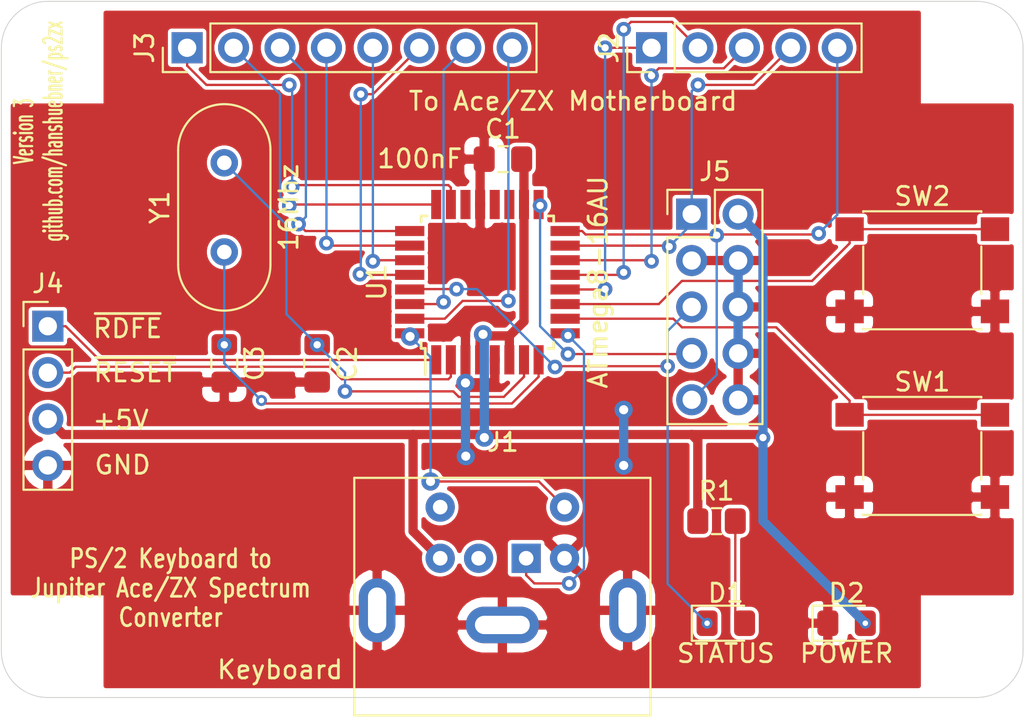
<source format=kicad_pcb>
(kicad_pcb (version 20171130) (host pcbnew "(5.1.5-0-10_14)")

  (general
    (thickness 1.6)
    (drawings 19)
    (tracks 238)
    (zones 0)
    (modules 15)
    (nets 32)
  )

  (page A4)
  (layers
    (0 F.Cu signal)
    (31 B.Cu signal)
    (32 B.Adhes user)
    (33 F.Adhes user)
    (34 B.Paste user)
    (35 F.Paste user)
    (36 B.SilkS user)
    (37 F.SilkS user)
    (38 B.Mask user)
    (39 F.Mask user)
    (40 Dwgs.User user)
    (41 Cmts.User user)
    (42 Eco1.User user)
    (43 Eco2.User user)
    (44 Edge.Cuts user)
    (45 Margin user)
    (46 B.CrtYd user)
    (47 F.CrtYd user)
    (48 B.Fab user)
    (49 F.Fab user)
  )

  (setup
    (last_trace_width 0.508)
    (user_trace_width 0.127)
    (user_trace_width 0.508)
    (trace_clearance 0.2)
    (zone_clearance 0.127)
    (zone_45_only no)
    (trace_min 0.127)
    (via_size 0.8)
    (via_drill 0.4)
    (via_min_size 0.6)
    (via_min_drill 0.3)
    (user_via 0.6 0.3)
    (user_via 1 0.5)
    (uvia_size 0.3)
    (uvia_drill 0.1)
    (uvias_allowed no)
    (uvia_min_size 0.2)
    (uvia_min_drill 0.1)
    (edge_width 0.05)
    (segment_width 0.2)
    (pcb_text_width 0.3)
    (pcb_text_size 1.5 1.5)
    (mod_edge_width 0.12)
    (mod_text_size 1 1)
    (mod_text_width 0.15)
    (pad_size 2 3.5)
    (pad_drill 1)
    (pad_to_mask_clearance 0.051)
    (solder_mask_min_width 0.25)
    (aux_axis_origin 0 0)
    (visible_elements FFFFFF7F)
    (pcbplotparams
      (layerselection 0x010fc_ffffffff)
      (usegerberextensions false)
      (usegerberattributes false)
      (usegerberadvancedattributes false)
      (creategerberjobfile false)
      (excludeedgelayer true)
      (linewidth 0.100000)
      (plotframeref false)
      (viasonmask false)
      (mode 1)
      (useauxorigin false)
      (hpglpennumber 1)
      (hpglpenspeed 20)
      (hpglpendiameter 15.000000)
      (psnegative false)
      (psa4output false)
      (plotreference true)
      (plotvalue true)
      (plotinvisibletext false)
      (padsonsilk false)
      (subtractmaskfromsilk false)
      (outputformat 1)
      (mirror false)
      (drillshape 0)
      (scaleselection 1)
      (outputdirectory "gerber"))
  )

  (net 0 "")
  (net 1 +5V)
  (net 2 GND)
  (net 3 "Net-(J1-Pad6)")
  (net 4 "Net-(J1-Pad5)")
  (net 5 "Net-(J1-Pad2)")
  (net 6 "Net-(J1-Pad1)")
  (net 7 "Net-(J2-Pad5)")
  (net 8 "Net-(J2-Pad4)")
  (net 9 "Net-(J2-Pad3)")
  (net 10 "Net-(J2-Pad2)")
  (net 11 "Net-(J2-Pad1)")
  (net 12 "Net-(J3-Pad8)")
  (net 13 "Net-(J3-Pad7)")
  (net 14 "Net-(J3-Pad6)")
  (net 15 "Net-(J3-Pad5)")
  (net 16 "Net-(J3-Pad4)")
  (net 17 "Net-(J3-Pad3)")
  (net 18 "Net-(J3-Pad2)")
  (net 19 "Net-(J3-Pad1)")
  (net 20 /~RESET)
  (net 21 /~RDFE)
  (net 22 "Net-(SW1-Pad1)")
  (net 23 "Net-(SW2-Pad1)")
  (net 24 "Net-(U1-Pad22)")
  (net 25 "Net-(U1-Pad20)")
  (net 26 "Net-(U1-Pad19)")
  (net 27 "Net-(J5-Pad7)")
  (net 28 "Net-(C2-Pad1)")
  (net 29 "Net-(C3-Pad1)")
  (net 30 "Net-(D1-Pad1)")
  (net 31 "Net-(D1-Pad2)")

  (net_class Default "This is the default net class."
    (clearance 0.2)
    (trace_width 0.25)
    (via_dia 0.8)
    (via_drill 0.4)
    (uvia_dia 0.3)
    (uvia_drill 0.1)
    (add_net +5V)
    (add_net /~RDFE)
    (add_net /~RESET)
    (add_net GND)
    (add_net "Net-(C2-Pad1)")
    (add_net "Net-(C3-Pad1)")
    (add_net "Net-(D1-Pad1)")
    (add_net "Net-(D1-Pad2)")
    (add_net "Net-(J1-Pad1)")
    (add_net "Net-(J1-Pad2)")
    (add_net "Net-(J1-Pad5)")
    (add_net "Net-(J1-Pad6)")
    (add_net "Net-(J2-Pad1)")
    (add_net "Net-(J2-Pad2)")
    (add_net "Net-(J2-Pad3)")
    (add_net "Net-(J2-Pad4)")
    (add_net "Net-(J2-Pad5)")
    (add_net "Net-(J3-Pad1)")
    (add_net "Net-(J3-Pad2)")
    (add_net "Net-(J3-Pad3)")
    (add_net "Net-(J3-Pad4)")
    (add_net "Net-(J3-Pad5)")
    (add_net "Net-(J3-Pad6)")
    (add_net "Net-(J3-Pad7)")
    (add_net "Net-(J3-Pad8)")
    (add_net "Net-(J5-Pad7)")
    (add_net "Net-(SW1-Pad1)")
    (add_net "Net-(SW2-Pad1)")
    (add_net "Net-(U1-Pad19)")
    (add_net "Net-(U1-Pad20)")
    (add_net "Net-(U1-Pad22)")
  )

  (module LED_SMD:LED_0805_2012Metric_Pad1.15x1.40mm_HandSolder (layer F.Cu) (tedit 5B4B45C9) (tstamp 5EDDD73E)
    (at 183.388 120.396)
    (descr "LED SMD 0805 (2012 Metric), square (rectangular) end terminal, IPC_7351 nominal, (Body size source: https://docs.google.com/spreadsheets/d/1BsfQQcO9C6DZCsRaXUlFlo91Tg2WpOkGARC1WS5S8t0/edit?usp=sharing), generated with kicad-footprint-generator")
    (tags "LED handsolder")
    (path /5EF46870)
    (attr smd)
    (fp_text reference D2 (at 0 -1.65) (layer F.SilkS)
      (effects (font (size 1 1) (thickness 0.15)))
    )
    (fp_text value POWER (at 0 1.65) (layer F.SilkS)
      (effects (font (size 1 1) (thickness 0.15)))
    )
    (fp_text user %R (at 0 0) (layer F.Fab)
      (effects (font (size 0.5 0.5) (thickness 0.08)))
    )
    (fp_line (start 1.85 0.95) (end -1.85 0.95) (layer F.CrtYd) (width 0.05))
    (fp_line (start 1.85 -0.95) (end 1.85 0.95) (layer F.CrtYd) (width 0.05))
    (fp_line (start -1.85 -0.95) (end 1.85 -0.95) (layer F.CrtYd) (width 0.05))
    (fp_line (start -1.85 0.95) (end -1.85 -0.95) (layer F.CrtYd) (width 0.05))
    (fp_line (start -1.86 0.96) (end 1 0.96) (layer F.SilkS) (width 0.12))
    (fp_line (start -1.86 -0.96) (end -1.86 0.96) (layer F.SilkS) (width 0.12))
    (fp_line (start 1 -0.96) (end -1.86 -0.96) (layer F.SilkS) (width 0.12))
    (fp_line (start 1 0.6) (end 1 -0.6) (layer F.Fab) (width 0.1))
    (fp_line (start -1 0.6) (end 1 0.6) (layer F.Fab) (width 0.1))
    (fp_line (start -1 -0.3) (end -1 0.6) (layer F.Fab) (width 0.1))
    (fp_line (start -0.7 -0.6) (end -1 -0.3) (layer F.Fab) (width 0.1))
    (fp_line (start 1 -0.6) (end -0.7 -0.6) (layer F.Fab) (width 0.1))
    (pad 2 smd roundrect (at 1.025 0) (size 1.15 1.4) (layers F.Cu F.Paste F.Mask) (roundrect_rratio 0.217391)
      (net 1 +5V))
    (pad 1 smd roundrect (at -1.025 0) (size 1.15 1.4) (layers F.Cu F.Paste F.Mask) (roundrect_rratio 0.217391)
      (net 2 GND))
    (model ${KISYS3DMOD}/LED_SMD.3dshapes/LED_0805_2012Metric.wrl
      (at (xyz 0 0 0))
      (scale (xyz 1 1 1))
      (rotate (xyz 0 0 0))
    )
  )

  (module Resistor_SMD:R_0805_2012Metric_Pad1.15x1.40mm_HandSolder (layer F.Cu) (tedit 5B36C52B) (tstamp 5EDE6930)
    (at 176.276 114.808)
    (descr "Resistor SMD 0805 (2012 Metric), square (rectangular) end terminal, IPC_7351 nominal with elongated pad for handsoldering. (Body size source: https://docs.google.com/spreadsheets/d/1BsfQQcO9C6DZCsRaXUlFlo91Tg2WpOkGARC1WS5S8t0/edit?usp=sharing), generated with kicad-footprint-generator")
    (tags "resistor handsolder")
    (path /5EF6870C)
    (attr smd)
    (fp_text reference R1 (at 0 -1.65) (layer F.SilkS)
      (effects (font (size 1 1) (thickness 0.15)))
    )
    (fp_text value 330Ω (at 0 1.65) (layer F.Fab)
      (effects (font (size 1 1) (thickness 0.15)))
    )
    (fp_text user %R (at 0 0) (layer F.Fab)
      (effects (font (size 0.5 0.5) (thickness 0.08)))
    )
    (fp_line (start 1.85 0.95) (end -1.85 0.95) (layer F.CrtYd) (width 0.05))
    (fp_line (start 1.85 -0.95) (end 1.85 0.95) (layer F.CrtYd) (width 0.05))
    (fp_line (start -1.85 -0.95) (end 1.85 -0.95) (layer F.CrtYd) (width 0.05))
    (fp_line (start -1.85 0.95) (end -1.85 -0.95) (layer F.CrtYd) (width 0.05))
    (fp_line (start -0.261252 0.71) (end 0.261252 0.71) (layer F.SilkS) (width 0.12))
    (fp_line (start -0.261252 -0.71) (end 0.261252 -0.71) (layer F.SilkS) (width 0.12))
    (fp_line (start 1 0.6) (end -1 0.6) (layer F.Fab) (width 0.1))
    (fp_line (start 1 -0.6) (end 1 0.6) (layer F.Fab) (width 0.1))
    (fp_line (start -1 -0.6) (end 1 -0.6) (layer F.Fab) (width 0.1))
    (fp_line (start -1 0.6) (end -1 -0.6) (layer F.Fab) (width 0.1))
    (pad 2 smd roundrect (at 1.025 0) (size 1.15 1.4) (layers F.Cu F.Paste F.Mask) (roundrect_rratio 0.217391)
      (net 31 "Net-(D1-Pad2)"))
    (pad 1 smd roundrect (at -1.025 0) (size 1.15 1.4) (layers F.Cu F.Paste F.Mask) (roundrect_rratio 0.217391)
      (net 1 +5V))
    (model ${KISYS3DMOD}/Resistor_SMD.3dshapes/R_0805_2012Metric.wrl
      (at (xyz 0 0 0))
      (scale (xyz 1 1 1))
      (rotate (xyz 0 0 0))
    )
  )

  (module Package_QFP:TQFP-32_7x7mm_P0.8mm (layer F.Cu) (tedit 5A02F146) (tstamp 5EDB65A8)
    (at 163.744 101.7288 90)
    (descr "32-Lead Plastic Thin Quad Flatpack (PT) - 7x7x1.0 mm Body, 2.00 mm [TQFP] (see Microchip Packaging Specification 00000049BS.pdf)")
    (tags "QFP 0.8")
    (path /5EDFA039)
    (attr smd)
    (fp_text reference U1 (at 0 -6.05 90) (layer F.SilkS)
      (effects (font (size 1 1) (thickness 0.15)))
    )
    (fp_text value ATmega8-16AU (at 0 6.05 90) (layer F.SilkS)
      (effects (font (size 1 1) (thickness 0.15)))
    )
    (fp_line (start -3.625 -3.4) (end -5.05 -3.4) (layer F.SilkS) (width 0.15))
    (fp_line (start 3.625 -3.625) (end 3.3 -3.625) (layer F.SilkS) (width 0.15))
    (fp_line (start 3.625 3.625) (end 3.3 3.625) (layer F.SilkS) (width 0.15))
    (fp_line (start -3.625 3.625) (end -3.3 3.625) (layer F.SilkS) (width 0.15))
    (fp_line (start -3.625 -3.625) (end -3.3 -3.625) (layer F.SilkS) (width 0.15))
    (fp_line (start -3.625 3.625) (end -3.625 3.3) (layer F.SilkS) (width 0.15))
    (fp_line (start 3.625 3.625) (end 3.625 3.3) (layer F.SilkS) (width 0.15))
    (fp_line (start 3.625 -3.625) (end 3.625 -3.3) (layer F.SilkS) (width 0.15))
    (fp_line (start -3.625 -3.625) (end -3.625 -3.4) (layer F.SilkS) (width 0.15))
    (fp_line (start -5.3 5.3) (end 5.3 5.3) (layer F.CrtYd) (width 0.05))
    (fp_line (start -5.3 -5.3) (end 5.3 -5.3) (layer F.CrtYd) (width 0.05))
    (fp_line (start 5.3 -5.3) (end 5.3 5.3) (layer F.CrtYd) (width 0.05))
    (fp_line (start -5.3 -5.3) (end -5.3 5.3) (layer F.CrtYd) (width 0.05))
    (fp_line (start -3.5 -2.5) (end -2.5 -3.5) (layer F.Fab) (width 0.15))
    (fp_line (start -3.5 3.5) (end -3.5 -2.5) (layer F.Fab) (width 0.15))
    (fp_line (start 3.5 3.5) (end -3.5 3.5) (layer F.Fab) (width 0.15))
    (fp_line (start 3.5 -3.5) (end 3.5 3.5) (layer F.Fab) (width 0.15))
    (fp_line (start -2.5 -3.5) (end 3.5 -3.5) (layer F.Fab) (width 0.15))
    (fp_text user %R (at 0 0 90) (layer F.Fab)
      (effects (font (size 1 1) (thickness 0.15)))
    )
    (pad 32 smd rect (at -2.8 -4.25 180) (size 1.6 0.55) (layers F.Cu F.Paste F.Mask)
      (net 4 "Net-(J1-Pad5)"))
    (pad 31 smd rect (at -2 -4.25 180) (size 1.6 0.55) (layers F.Cu F.Paste F.Mask)
      (net 12 "Net-(J3-Pad8)"))
    (pad 30 smd rect (at -1.2 -4.25 180) (size 1.6 0.55) (layers F.Cu F.Paste F.Mask)
      (net 13 "Net-(J3-Pad7)"))
    (pad 29 smd rect (at -0.4 -4.25 180) (size 1.6 0.55) (layers F.Cu F.Paste F.Mask)
      (net 30 "Net-(D1-Pad1)"))
    (pad 28 smd rect (at 0.4 -4.25 180) (size 1.6 0.55) (layers F.Cu F.Paste F.Mask)
      (net 14 "Net-(J3-Pad6)"))
    (pad 27 smd rect (at 1.2 -4.25 180) (size 1.6 0.55) (layers F.Cu F.Paste F.Mask)
      (net 15 "Net-(J3-Pad5)"))
    (pad 26 smd rect (at 2 -4.25 180) (size 1.6 0.55) (layers F.Cu F.Paste F.Mask)
      (net 16 "Net-(J3-Pad4)"))
    (pad 25 smd rect (at 2.8 -4.25 180) (size 1.6 0.55) (layers F.Cu F.Paste F.Mask)
      (net 17 "Net-(J3-Pad3)"))
    (pad 24 smd rect (at 4.25 -2.8 90) (size 1.6 0.55) (layers F.Cu F.Paste F.Mask)
      (net 18 "Net-(J3-Pad2)"))
    (pad 23 smd rect (at 4.25 -2 90) (size 1.6 0.55) (layers F.Cu F.Paste F.Mask)
      (net 19 "Net-(J3-Pad1)"))
    (pad 22 smd rect (at 4.25 -1.2 90) (size 1.6 0.55) (layers F.Cu F.Paste F.Mask)
      (net 24 "Net-(U1-Pad22)"))
    (pad 21 smd rect (at 4.25 -0.4 90) (size 1.6 0.55) (layers F.Cu F.Paste F.Mask)
      (net 2 GND))
    (pad 20 smd rect (at 4.25 0.4 90) (size 1.6 0.55) (layers F.Cu F.Paste F.Mask)
      (net 25 "Net-(U1-Pad20)"))
    (pad 19 smd rect (at 4.25 1.2 90) (size 1.6 0.55) (layers F.Cu F.Paste F.Mask)
      (net 26 "Net-(U1-Pad19)"))
    (pad 18 smd rect (at 4.25 2 90) (size 1.6 0.55) (layers F.Cu F.Paste F.Mask)
      (net 1 +5V))
    (pad 17 smd rect (at 4.25 2.8 90) (size 1.6 0.55) (layers F.Cu F.Paste F.Mask)
      (net 27 "Net-(J5-Pad7)"))
    (pad 16 smd rect (at 2.8 4.25 180) (size 1.6 0.55) (layers F.Cu F.Paste F.Mask)
      (net 7 "Net-(J2-Pad5)"))
    (pad 15 smd rect (at 2 4.25 180) (size 1.6 0.55) (layers F.Cu F.Paste F.Mask)
      (net 8 "Net-(J2-Pad4)"))
    (pad 14 smd rect (at 1.2 4.25 180) (size 1.6 0.55) (layers F.Cu F.Paste F.Mask)
      (net 9 "Net-(J2-Pad3)"))
    (pad 13 smd rect (at 0.4 4.25 180) (size 1.6 0.55) (layers F.Cu F.Paste F.Mask)
      (net 10 "Net-(J2-Pad2)"))
    (pad 12 smd rect (at -0.4 4.25 180) (size 1.6 0.55) (layers F.Cu F.Paste F.Mask)
      (net 11 "Net-(J2-Pad1)"))
    (pad 11 smd rect (at -1.2 4.25 180) (size 1.6 0.55) (layers F.Cu F.Paste F.Mask)
      (net 23 "Net-(SW2-Pad1)"))
    (pad 10 smd rect (at -2 4.25 180) (size 1.6 0.55) (layers F.Cu F.Paste F.Mask)
      (net 22 "Net-(SW1-Pad1)"))
    (pad 9 smd rect (at -2.8 4.25 180) (size 1.6 0.55) (layers F.Cu F.Paste F.Mask)
      (net 6 "Net-(J1-Pad1)"))
    (pad 8 smd rect (at -4.25 2.8 90) (size 1.6 0.55) (layers F.Cu F.Paste F.Mask)
      (net 29 "Net-(C3-Pad1)"))
    (pad 7 smd rect (at -4.25 2 90) (size 1.6 0.55) (layers F.Cu F.Paste F.Mask)
      (net 28 "Net-(C2-Pad1)"))
    (pad 6 smd rect (at -4.25 1.2 90) (size 1.6 0.55) (layers F.Cu F.Paste F.Mask)
      (net 1 +5V))
    (pad 5 smd rect (at -4.25 0.4 90) (size 1.6 0.55) (layers F.Cu F.Paste F.Mask)
      (net 2 GND))
    (pad 4 smd rect (at -4.25 -0.4 90) (size 1.6 0.55) (layers F.Cu F.Paste F.Mask)
      (net 1 +5V))
    (pad 3 smd rect (at -4.25 -1.2 90) (size 1.6 0.55) (layers F.Cu F.Paste F.Mask)
      (net 2 GND))
    (pad 2 smd rect (at -4.25 -2 90) (size 1.6 0.55) (layers F.Cu F.Paste F.Mask)
      (net 20 /~RESET))
    (pad 1 smd rect (at -4.25 -2.8 90) (size 1.6 0.55) (layers F.Cu F.Paste F.Mask)
      (net 21 /~RDFE))
    (model ${KISYS3DMOD}/Package_QFP.3dshapes/TQFP-32_7x7mm_P0.8mm.wrl
      (at (xyz 0 0 0))
      (scale (xyz 1 1 1))
      (rotate (xyz 0 0 0))
    )
  )

  (module LED_SMD:LED_0805_2012Metric_Pad1.15x1.40mm_HandSolder (layer F.Cu) (tedit 5B4B45C9) (tstamp 5EDDD9AD)
    (at 176.784 120.396)
    (descr "LED SMD 0805 (2012 Metric), square (rectangular) end terminal, IPC_7351 nominal, (Body size source: https://docs.google.com/spreadsheets/d/1BsfQQcO9C6DZCsRaXUlFlo91Tg2WpOkGARC1WS5S8t0/edit?usp=sharing), generated with kicad-footprint-generator")
    (tags "LED handsolder")
    (path /5EF09D41)
    (attr smd)
    (fp_text reference D1 (at 0 -1.65) (layer F.SilkS)
      (effects (font (size 1 1) (thickness 0.15)))
    )
    (fp_text value STATUS (at 0 1.65) (layer F.SilkS)
      (effects (font (size 1 1) (thickness 0.15)))
    )
    (fp_text user %R (at 0 0) (layer F.Fab)
      (effects (font (size 0.5 0.5) (thickness 0.08)))
    )
    (fp_line (start 1.85 0.95) (end -1.85 0.95) (layer F.CrtYd) (width 0.05))
    (fp_line (start 1.85 -0.95) (end 1.85 0.95) (layer F.CrtYd) (width 0.05))
    (fp_line (start -1.85 -0.95) (end 1.85 -0.95) (layer F.CrtYd) (width 0.05))
    (fp_line (start -1.85 0.95) (end -1.85 -0.95) (layer F.CrtYd) (width 0.05))
    (fp_line (start -1.86 0.96) (end 1 0.96) (layer F.SilkS) (width 0.12))
    (fp_line (start -1.86 -0.96) (end -1.86 0.96) (layer F.SilkS) (width 0.12))
    (fp_line (start 1 -0.96) (end -1.86 -0.96) (layer F.SilkS) (width 0.12))
    (fp_line (start 1 0.6) (end 1 -0.6) (layer F.Fab) (width 0.1))
    (fp_line (start -1 0.6) (end 1 0.6) (layer F.Fab) (width 0.1))
    (fp_line (start -1 -0.3) (end -1 0.6) (layer F.Fab) (width 0.1))
    (fp_line (start -0.7 -0.6) (end -1 -0.3) (layer F.Fab) (width 0.1))
    (fp_line (start 1 -0.6) (end -0.7 -0.6) (layer F.Fab) (width 0.1))
    (pad 2 smd roundrect (at 1.025 0) (size 1.15 1.4) (layers F.Cu F.Paste F.Mask) (roundrect_rratio 0.217391)
      (net 31 "Net-(D1-Pad2)"))
    (pad 1 smd roundrect (at -1.025 0) (size 1.15 1.4) (layers F.Cu F.Paste F.Mask) (roundrect_rratio 0.217391)
      (net 30 "Net-(D1-Pad1)"))
    (model ${KISYS3DMOD}/LED_SMD.3dshapes/LED_0805_2012Metric.wrl
      (at (xyz 0 0 0))
      (scale (xyz 1 1 1))
      (rotate (xyz 0 0 0))
    )
  )

  (module Crystal:Crystal_HC49-U_Vertical (layer F.Cu) (tedit 5A1AD3B8) (tstamp 5EDB4333)
    (at 149.352 100.076 90)
    (descr "Crystal THT HC-49/U http://5hertz.com/pdfs/04404_D.pdf")
    (tags "THT crystalHC-49/U")
    (path /5EE91720)
    (fp_text reference Y1 (at 2.44 -3.525 90) (layer F.SilkS)
      (effects (font (size 1 1) (thickness 0.15)))
    )
    (fp_text value 16Mhz (at 2.44 3.525 90) (layer F.SilkS)
      (effects (font (size 1 1) (thickness 0.15)))
    )
    (fp_arc (start 5.565 0) (end 5.565 -2.525) (angle 180) (layer F.SilkS) (width 0.12))
    (fp_arc (start -0.685 0) (end -0.685 -2.525) (angle -180) (layer F.SilkS) (width 0.12))
    (fp_arc (start 5.44 0) (end 5.44 -2) (angle 180) (layer F.Fab) (width 0.1))
    (fp_arc (start -0.56 0) (end -0.56 -2) (angle -180) (layer F.Fab) (width 0.1))
    (fp_arc (start 5.565 0) (end 5.565 -2.325) (angle 180) (layer F.Fab) (width 0.1))
    (fp_arc (start -0.685 0) (end -0.685 -2.325) (angle -180) (layer F.Fab) (width 0.1))
    (fp_line (start 8.4 -2.8) (end -3.5 -2.8) (layer F.CrtYd) (width 0.05))
    (fp_line (start 8.4 2.8) (end 8.4 -2.8) (layer F.CrtYd) (width 0.05))
    (fp_line (start -3.5 2.8) (end 8.4 2.8) (layer F.CrtYd) (width 0.05))
    (fp_line (start -3.5 -2.8) (end -3.5 2.8) (layer F.CrtYd) (width 0.05))
    (fp_line (start -0.685 2.525) (end 5.565 2.525) (layer F.SilkS) (width 0.12))
    (fp_line (start -0.685 -2.525) (end 5.565 -2.525) (layer F.SilkS) (width 0.12))
    (fp_line (start -0.56 2) (end 5.44 2) (layer F.Fab) (width 0.1))
    (fp_line (start -0.56 -2) (end 5.44 -2) (layer F.Fab) (width 0.1))
    (fp_line (start -0.685 2.325) (end 5.565 2.325) (layer F.Fab) (width 0.1))
    (fp_line (start -0.685 -2.325) (end 5.565 -2.325) (layer F.Fab) (width 0.1))
    (fp_text user %R (at 2.44 0 90) (layer F.Fab)
      (effects (font (size 1 1) (thickness 0.15)))
    )
    (pad 2 thru_hole circle (at 4.88 0 90) (size 1.5 1.5) (drill 0.8) (layers *.Cu *.Mask)
      (net 28 "Net-(C2-Pad1)"))
    (pad 1 thru_hole circle (at 0 0 90) (size 1.5 1.5) (drill 0.8) (layers *.Cu *.Mask)
      (net 29 "Net-(C3-Pad1)"))
    (model ${KISYS3DMOD}/Crystal.3dshapes/Crystal_HC49-U_Vertical.wrl
      (at (xyz 0 0 0))
      (scale (xyz 1 1 1))
      (rotate (xyz 0 0 0))
    )
  )

  (module Capacitor_SMD:C_0805_2012Metric_Pad1.15x1.40mm_HandSolder (layer F.Cu) (tedit 5B36C52B) (tstamp 5EDB3789)
    (at 154.432 106.172 270)
    (descr "Capacitor SMD 0805 (2012 Metric), square (rectangular) end terminal, IPC_7351 nominal with elongated pad for handsoldering. (Body size source: https://docs.google.com/spreadsheets/d/1BsfQQcO9C6DZCsRaXUlFlo91Tg2WpOkGARC1WS5S8t0/edit?usp=sharing), generated with kicad-footprint-generator")
    (tags "capacitor handsolder")
    (path /5EDB81B5)
    (attr smd)
    (fp_text reference C2 (at 0 -1.65 90) (layer F.SilkS)
      (effects (font (size 1 1) (thickness 0.15)))
    )
    (fp_text value 22pF (at 0 1.65 90) (layer F.Fab)
      (effects (font (size 1 1) (thickness 0.15)))
    )
    (fp_text user %R (at 0 0 90) (layer F.Fab)
      (effects (font (size 0.5 0.5) (thickness 0.08)))
    )
    (fp_line (start 1.85 0.95) (end -1.85 0.95) (layer F.CrtYd) (width 0.05))
    (fp_line (start 1.85 -0.95) (end 1.85 0.95) (layer F.CrtYd) (width 0.05))
    (fp_line (start -1.85 -0.95) (end 1.85 -0.95) (layer F.CrtYd) (width 0.05))
    (fp_line (start -1.85 0.95) (end -1.85 -0.95) (layer F.CrtYd) (width 0.05))
    (fp_line (start -0.261252 0.71) (end 0.261252 0.71) (layer F.SilkS) (width 0.12))
    (fp_line (start -0.261252 -0.71) (end 0.261252 -0.71) (layer F.SilkS) (width 0.12))
    (fp_line (start 1 0.6) (end -1 0.6) (layer F.Fab) (width 0.1))
    (fp_line (start 1 -0.6) (end 1 0.6) (layer F.Fab) (width 0.1))
    (fp_line (start -1 -0.6) (end 1 -0.6) (layer F.Fab) (width 0.1))
    (fp_line (start -1 0.6) (end -1 -0.6) (layer F.Fab) (width 0.1))
    (pad 2 smd roundrect (at 1.025 0 270) (size 1.15 1.4) (layers F.Cu F.Paste F.Mask) (roundrect_rratio 0.217391)
      (net 2 GND))
    (pad 1 smd roundrect (at -1.025 0 270) (size 1.15 1.4) (layers F.Cu F.Paste F.Mask) (roundrect_rratio 0.217391)
      (net 28 "Net-(C2-Pad1)"))
    (model ${KISYS3DMOD}/Capacitor_SMD.3dshapes/C_0805_2012Metric.wrl
      (at (xyz 0 0 0))
      (scale (xyz 1 1 1))
      (rotate (xyz 0 0 0))
    )
  )

  (module Capacitor_SMD:C_0805_2012Metric_Pad1.15x1.40mm_HandSolder (layer F.Cu) (tedit 5B36C52B) (tstamp 5EDB379A)
    (at 149.352 106.172 270)
    (descr "Capacitor SMD 0805 (2012 Metric), square (rectangular) end terminal, IPC_7351 nominal with elongated pad for handsoldering. (Body size source: https://docs.google.com/spreadsheets/d/1BsfQQcO9C6DZCsRaXUlFlo91Tg2WpOkGARC1WS5S8t0/edit?usp=sharing), generated with kicad-footprint-generator")
    (tags "capacitor handsolder")
    (path /5EDB9205)
    (attr smd)
    (fp_text reference C3 (at 0 -1.65 90) (layer F.SilkS)
      (effects (font (size 1 1) (thickness 0.15)))
    )
    (fp_text value 22pF (at 0 1.65 90) (layer F.Fab)
      (effects (font (size 1 1) (thickness 0.15)))
    )
    (fp_text user %R (at 0 0 90) (layer F.Fab)
      (effects (font (size 0.5 0.5) (thickness 0.08)))
    )
    (fp_line (start 1.85 0.95) (end -1.85 0.95) (layer F.CrtYd) (width 0.05))
    (fp_line (start 1.85 -0.95) (end 1.85 0.95) (layer F.CrtYd) (width 0.05))
    (fp_line (start -1.85 -0.95) (end 1.85 -0.95) (layer F.CrtYd) (width 0.05))
    (fp_line (start -1.85 0.95) (end -1.85 -0.95) (layer F.CrtYd) (width 0.05))
    (fp_line (start -0.261252 0.71) (end 0.261252 0.71) (layer F.SilkS) (width 0.12))
    (fp_line (start -0.261252 -0.71) (end 0.261252 -0.71) (layer F.SilkS) (width 0.12))
    (fp_line (start 1 0.6) (end -1 0.6) (layer F.Fab) (width 0.1))
    (fp_line (start 1 -0.6) (end 1 0.6) (layer F.Fab) (width 0.1))
    (fp_line (start -1 -0.6) (end 1 -0.6) (layer F.Fab) (width 0.1))
    (fp_line (start -1 0.6) (end -1 -0.6) (layer F.Fab) (width 0.1))
    (pad 2 smd roundrect (at 1.025 0 270) (size 1.15 1.4) (layers F.Cu F.Paste F.Mask) (roundrect_rratio 0.217391)
      (net 2 GND))
    (pad 1 smd roundrect (at -1.025 0 270) (size 1.15 1.4) (layers F.Cu F.Paste F.Mask) (roundrect_rratio 0.217391)
      (net 29 "Net-(C3-Pad1)"))
    (model ${KISYS3DMOD}/Capacitor_SMD.3dshapes/C_0805_2012Metric.wrl
      (at (xyz 0 0 0))
      (scale (xyz 1 1 1))
      (rotate (xyz 0 0 0))
    )
  )

  (module Connector_PinHeader_2.54mm:PinHeader_1x04_P2.54mm_Vertical (layer F.Cu) (tedit 59FED5CC) (tstamp 5EDB390E)
    (at 139.7 104.14)
    (descr "Through hole straight pin header, 1x04, 2.54mm pitch, single row")
    (tags "Through hole pin header THT 1x04 2.54mm single row")
    (path /5EE012E9)
    (fp_text reference J4 (at 0 -2.33) (layer F.SilkS)
      (effects (font (size 1 1) (thickness 0.15)))
    )
    (fp_text value Board (at 0 9.95) (layer F.Fab)
      (effects (font (size 1 1) (thickness 0.15)))
    )
    (fp_text user %R (at 0 3.81 90) (layer F.Fab)
      (effects (font (size 1 1) (thickness 0.15)))
    )
    (fp_line (start 1.8 -1.8) (end -1.8 -1.8) (layer F.CrtYd) (width 0.05))
    (fp_line (start 1.8 9.4) (end 1.8 -1.8) (layer F.CrtYd) (width 0.05))
    (fp_line (start -1.8 9.4) (end 1.8 9.4) (layer F.CrtYd) (width 0.05))
    (fp_line (start -1.8 -1.8) (end -1.8 9.4) (layer F.CrtYd) (width 0.05))
    (fp_line (start -1.33 -1.33) (end 0 -1.33) (layer F.SilkS) (width 0.12))
    (fp_line (start -1.33 0) (end -1.33 -1.33) (layer F.SilkS) (width 0.12))
    (fp_line (start -1.33 1.27) (end 1.33 1.27) (layer F.SilkS) (width 0.12))
    (fp_line (start 1.33 1.27) (end 1.33 8.95) (layer F.SilkS) (width 0.12))
    (fp_line (start -1.33 1.27) (end -1.33 8.95) (layer F.SilkS) (width 0.12))
    (fp_line (start -1.33 8.95) (end 1.33 8.95) (layer F.SilkS) (width 0.12))
    (fp_line (start -1.27 -0.635) (end -0.635 -1.27) (layer F.Fab) (width 0.1))
    (fp_line (start -1.27 8.89) (end -1.27 -0.635) (layer F.Fab) (width 0.1))
    (fp_line (start 1.27 8.89) (end -1.27 8.89) (layer F.Fab) (width 0.1))
    (fp_line (start 1.27 -1.27) (end 1.27 8.89) (layer F.Fab) (width 0.1))
    (fp_line (start -0.635 -1.27) (end 1.27 -1.27) (layer F.Fab) (width 0.1))
    (pad 4 thru_hole oval (at 0 7.62) (size 1.7 1.7) (drill 1) (layers *.Cu *.Mask)
      (net 2 GND))
    (pad 3 thru_hole oval (at 0 5.08) (size 1.7 1.7) (drill 1) (layers *.Cu *.Mask)
      (net 1 +5V))
    (pad 2 thru_hole oval (at 0 2.54) (size 1.7 1.7) (drill 1) (layers *.Cu *.Mask)
      (net 20 /~RESET))
    (pad 1 thru_hole rect (at 0 0) (size 1.7 1.7) (drill 1) (layers *.Cu *.Mask)
      (net 21 /~RDFE))
    (model ${KISYS3DMOD}/Connector_PinHeader_2.54mm.3dshapes/PinHeader_1x04_P2.54mm_Vertical.wrl
      (at (xyz 0 0 0))
      (scale (xyz 1 1 1))
      (rotate (xyz 0 0 0))
    )
  )

  (module Connector_PinHeader_2.54mm:PinHeader_2x05_P2.54mm_Vertical (layer F.Cu) (tedit 59FED5CC) (tstamp 5EDB5BD5)
    (at 174.9171 98.0059)
    (descr "Through hole straight pin header, 2x05, 2.54mm pitch, double rows")
    (tags "Through hole pin header THT 2x05 2.54mm double row")
    (path /5EED7E24)
    (fp_text reference J5 (at 1.27 -2.33) (layer F.SilkS)
      (effects (font (size 1 1) (thickness 0.15)))
    )
    (fp_text value ISP (at 1.27 12.49) (layer F.Fab)
      (effects (font (size 1 1) (thickness 0.15)))
    )
    (fp_text user %R (at 1.27 5.08 90) (layer F.Fab)
      (effects (font (size 1 1) (thickness 0.15)))
    )
    (fp_line (start 4.35 -1.8) (end -1.8 -1.8) (layer F.CrtYd) (width 0.05))
    (fp_line (start 4.35 11.95) (end 4.35 -1.8) (layer F.CrtYd) (width 0.05))
    (fp_line (start -1.8 11.95) (end 4.35 11.95) (layer F.CrtYd) (width 0.05))
    (fp_line (start -1.8 -1.8) (end -1.8 11.95) (layer F.CrtYd) (width 0.05))
    (fp_line (start -1.33 -1.33) (end 0 -1.33) (layer F.SilkS) (width 0.12))
    (fp_line (start -1.33 0) (end -1.33 -1.33) (layer F.SilkS) (width 0.12))
    (fp_line (start 1.27 -1.33) (end 3.87 -1.33) (layer F.SilkS) (width 0.12))
    (fp_line (start 1.27 1.27) (end 1.27 -1.33) (layer F.SilkS) (width 0.12))
    (fp_line (start -1.33 1.27) (end 1.27 1.27) (layer F.SilkS) (width 0.12))
    (fp_line (start 3.87 -1.33) (end 3.87 11.49) (layer F.SilkS) (width 0.12))
    (fp_line (start -1.33 1.27) (end -1.33 11.49) (layer F.SilkS) (width 0.12))
    (fp_line (start -1.33 11.49) (end 3.87 11.49) (layer F.SilkS) (width 0.12))
    (fp_line (start -1.27 0) (end 0 -1.27) (layer F.Fab) (width 0.1))
    (fp_line (start -1.27 11.43) (end -1.27 0) (layer F.Fab) (width 0.1))
    (fp_line (start 3.81 11.43) (end -1.27 11.43) (layer F.Fab) (width 0.1))
    (fp_line (start 3.81 -1.27) (end 3.81 11.43) (layer F.Fab) (width 0.1))
    (fp_line (start 0 -1.27) (end 3.81 -1.27) (layer F.Fab) (width 0.1))
    (pad 10 thru_hole oval (at 2.54 10.16) (size 1.7 1.7) (drill 1) (layers *.Cu *.Mask)
      (net 2 GND))
    (pad 9 thru_hole oval (at 0 10.16) (size 1.7 1.7) (drill 1) (layers *.Cu *.Mask)
      (net 7 "Net-(J2-Pad5)"))
    (pad 8 thru_hole oval (at 2.54 7.62) (size 1.7 1.7) (drill 1) (layers *.Cu *.Mask)
      (net 2 GND))
    (pad 7 thru_hole oval (at 0 7.62) (size 1.7 1.7) (drill 1) (layers *.Cu *.Mask)
      (net 27 "Net-(J5-Pad7)"))
    (pad 6 thru_hole oval (at 2.54 5.08) (size 1.7 1.7) (drill 1) (layers *.Cu *.Mask)
      (net 2 GND))
    (pad 5 thru_hole oval (at 0 5.08) (size 1.7 1.7) (drill 1) (layers *.Cu *.Mask)
      (net 30 "Net-(D1-Pad1)"))
    (pad 4 thru_hole oval (at 2.54 2.54) (size 1.7 1.7) (drill 1) (layers *.Cu *.Mask)
      (net 2 GND))
    (pad 3 thru_hole oval (at 0 2.54) (size 1.7 1.7) (drill 1) (layers *.Cu *.Mask)
      (net 2 GND))
    (pad 2 thru_hole oval (at 2.54 0) (size 1.7 1.7) (drill 1) (layers *.Cu *.Mask)
      (net 1 +5V))
    (pad 1 thru_hole rect (at 0 0) (size 1.7 1.7) (drill 1) (layers *.Cu *.Mask)
      (net 8 "Net-(J2-Pad4)"))
    (model ${KISYS3DMOD}/Connector_PinHeader_2.54mm.3dshapes/PinHeader_2x05_P2.54mm_Vertical.wrl
      (at (xyz 0 0 0))
      (scale (xyz 1 1 1))
      (rotate (xyz 0 0 0))
    )
  )

  (module Button_Switch_SMD:SW_Push_1P1T_NO_6x6mm_H9.5mm (layer F.Cu) (tedit 5CA1CA7F) (tstamp 5EDB423F)
    (at 187.5282 111.2393)
    (descr "tactile push button, 6x6mm e.g. PTS645xx series, height=9.5mm")
    (tags "tact sw push 6mm smd")
    (path /5EE06453)
    (attr smd)
    (fp_text reference SW1 (at 0 -4.05) (layer F.SilkS)
      (effects (font (size 1 1) (thickness 0.15)))
    )
    (fp_text value BTN1 (at 0 4.15) (layer F.Fab)
      (effects (font (size 1 1) (thickness 0.15)))
    )
    (fp_circle (center 0 0) (end 1.75 -0.05) (layer F.Fab) (width 0.1))
    (fp_line (start -3.23 3.23) (end 3.23 3.23) (layer F.SilkS) (width 0.12))
    (fp_line (start -3.23 -1.3) (end -3.23 1.3) (layer F.SilkS) (width 0.12))
    (fp_line (start -3.23 -3.23) (end 3.23 -3.23) (layer F.SilkS) (width 0.12))
    (fp_line (start 3.23 -1.3) (end 3.23 1.3) (layer F.SilkS) (width 0.12))
    (fp_line (start -3.23 -3.2) (end -3.23 -3.23) (layer F.SilkS) (width 0.12))
    (fp_line (start -3.23 3.23) (end -3.23 3.2) (layer F.SilkS) (width 0.12))
    (fp_line (start 3.23 3.23) (end 3.23 3.2) (layer F.SilkS) (width 0.12))
    (fp_line (start 3.23 -3.23) (end 3.23 -3.2) (layer F.SilkS) (width 0.12))
    (fp_line (start -5 -3.25) (end 5 -3.25) (layer F.CrtYd) (width 0.05))
    (fp_line (start -5 3.25) (end 5 3.25) (layer F.CrtYd) (width 0.05))
    (fp_line (start -5 -3.25) (end -5 3.25) (layer F.CrtYd) (width 0.05))
    (fp_line (start 5 3.25) (end 5 -3.25) (layer F.CrtYd) (width 0.05))
    (fp_line (start 3 -3) (end -3 -3) (layer F.Fab) (width 0.1))
    (fp_line (start 3 3) (end 3 -3) (layer F.Fab) (width 0.1))
    (fp_line (start -3 3) (end 3 3) (layer F.Fab) (width 0.1))
    (fp_line (start -3 -3) (end -3 3) (layer F.Fab) (width 0.1))
    (fp_text user %R (at 0 -4.05) (layer F.Fab)
      (effects (font (size 1 1) (thickness 0.15)))
    )
    (pad 2 smd rect (at 3.975 2.25) (size 1.55 1.3) (layers F.Cu F.Paste F.Mask)
      (net 2 GND))
    (pad 1 smd rect (at 3.975 -2.25) (size 1.55 1.3) (layers F.Cu F.Paste F.Mask)
      (net 22 "Net-(SW1-Pad1)"))
    (pad 1 smd rect (at -3.975 -2.25) (size 1.55 1.3) (layers F.Cu F.Paste F.Mask)
      (net 22 "Net-(SW1-Pad1)"))
    (pad 2 smd rect (at -3.975 2.25) (size 1.55 1.3) (layers F.Cu F.Paste F.Mask)
      (net 2 GND))
    (model ${KISYS3DMOD}/Button_Switch_SMD.3dshapes/SW_PUSH_6mm_H9.5mm.wrl
      (at (xyz 0 0 0))
      (scale (xyz 1 1 1))
      (rotate (xyz 0 0 0))
    )
  )

  (module Button_Switch_SMD:SW_Push_1P1T_NO_6x6mm_H9.5mm (layer F.Cu) (tedit 5CA1CA7F) (tstamp 5EDB4AAB)
    (at 187.5282 101.0793)
    (descr "tactile push button, 6x6mm e.g. PTS645xx series, height=9.5mm")
    (tags "tact sw push 6mm smd")
    (path /5EE07FA0)
    (attr smd)
    (fp_text reference SW2 (at 0 -4.05) (layer F.SilkS)
      (effects (font (size 1 1) (thickness 0.15)))
    )
    (fp_text value BTN2 (at 0 4.15) (layer F.Fab)
      (effects (font (size 1 1) (thickness 0.15)))
    )
    (fp_circle (center 0 0) (end 1.75 -0.05) (layer F.Fab) (width 0.1))
    (fp_line (start -3.23 3.23) (end 3.23 3.23) (layer F.SilkS) (width 0.12))
    (fp_line (start -3.23 -1.3) (end -3.23 1.3) (layer F.SilkS) (width 0.12))
    (fp_line (start -3.23 -3.23) (end 3.23 -3.23) (layer F.SilkS) (width 0.12))
    (fp_line (start 3.23 -1.3) (end 3.23 1.3) (layer F.SilkS) (width 0.12))
    (fp_line (start -3.23 -3.2) (end -3.23 -3.23) (layer F.SilkS) (width 0.12))
    (fp_line (start -3.23 3.23) (end -3.23 3.2) (layer F.SilkS) (width 0.12))
    (fp_line (start 3.23 3.23) (end 3.23 3.2) (layer F.SilkS) (width 0.12))
    (fp_line (start 3.23 -3.23) (end 3.23 -3.2) (layer F.SilkS) (width 0.12))
    (fp_line (start -5 -3.25) (end 5 -3.25) (layer F.CrtYd) (width 0.05))
    (fp_line (start -5 3.25) (end 5 3.25) (layer F.CrtYd) (width 0.05))
    (fp_line (start -5 -3.25) (end -5 3.25) (layer F.CrtYd) (width 0.05))
    (fp_line (start 5 3.25) (end 5 -3.25) (layer F.CrtYd) (width 0.05))
    (fp_line (start 3 -3) (end -3 -3) (layer F.Fab) (width 0.1))
    (fp_line (start 3 3) (end 3 -3) (layer F.Fab) (width 0.1))
    (fp_line (start -3 3) (end 3 3) (layer F.Fab) (width 0.1))
    (fp_line (start -3 -3) (end -3 3) (layer F.Fab) (width 0.1))
    (fp_text user %R (at 0 -4.05) (layer F.Fab)
      (effects (font (size 1 1) (thickness 0.15)))
    )
    (pad 2 smd rect (at 3.975 2.25) (size 1.55 1.3) (layers F.Cu F.Paste F.Mask)
      (net 2 GND))
    (pad 1 smd rect (at 3.975 -2.25) (size 1.55 1.3) (layers F.Cu F.Paste F.Mask)
      (net 23 "Net-(SW2-Pad1)"))
    (pad 1 smd rect (at -3.975 -2.25) (size 1.55 1.3) (layers F.Cu F.Paste F.Mask)
      (net 23 "Net-(SW2-Pad1)"))
    (pad 2 smd rect (at -3.975 2.25) (size 1.55 1.3) (layers F.Cu F.Paste F.Mask)
      (net 2 GND))
    (model ${KISYS3DMOD}/Button_Switch_SMD.3dshapes/SW_PUSH_6mm_H9.5mm.wrl
      (at (xyz 0 0 0))
      (scale (xyz 1 1 1))
      (rotate (xyz 0 0 0))
    )
  )

  (module Capacitor_SMD:C_0805_2012Metric_Pad1.15x1.40mm_HandSolder (layer F.Cu) (tedit 5B36C52B) (tstamp 5EDB5FB9)
    (at 164.592 94.996)
    (descr "Capacitor SMD 0805 (2012 Metric), square (rectangular) end terminal, IPC_7351 nominal with elongated pad for handsoldering. (Body size source: https://docs.google.com/spreadsheets/d/1BsfQQcO9C6DZCsRaXUlFlo91Tg2WpOkGARC1WS5S8t0/edit?usp=sharing), generated with kicad-footprint-generator")
    (tags "capacitor handsolder")
    (path /5EE9B0FC)
    (attr smd)
    (fp_text reference C1 (at 0 -1.65) (layer F.SilkS)
      (effects (font (size 1 1) (thickness 0.15)))
    )
    (fp_text value 100nF (at -4.5466 -0.0254) (layer F.SilkS)
      (effects (font (size 1 1) (thickness 0.15)))
    )
    (fp_text user %R (at 0 0) (layer F.Fab)
      (effects (font (size 0.5 0.5) (thickness 0.08)))
    )
    (fp_line (start 1.85 0.95) (end -1.85 0.95) (layer F.CrtYd) (width 0.05))
    (fp_line (start 1.85 -0.95) (end 1.85 0.95) (layer F.CrtYd) (width 0.05))
    (fp_line (start -1.85 -0.95) (end 1.85 -0.95) (layer F.CrtYd) (width 0.05))
    (fp_line (start -1.85 0.95) (end -1.85 -0.95) (layer F.CrtYd) (width 0.05))
    (fp_line (start -0.261252 0.71) (end 0.261252 0.71) (layer F.SilkS) (width 0.12))
    (fp_line (start -0.261252 -0.71) (end 0.261252 -0.71) (layer F.SilkS) (width 0.12))
    (fp_line (start 1 0.6) (end -1 0.6) (layer F.Fab) (width 0.1))
    (fp_line (start 1 -0.6) (end 1 0.6) (layer F.Fab) (width 0.1))
    (fp_line (start -1 -0.6) (end 1 -0.6) (layer F.Fab) (width 0.1))
    (fp_line (start -1 0.6) (end -1 -0.6) (layer F.Fab) (width 0.1))
    (pad 2 smd roundrect (at 1.025 0) (size 1.15 1.4) (layers F.Cu F.Paste F.Mask) (roundrect_rratio 0.217391)
      (net 1 +5V))
    (pad 1 smd roundrect (at -1.025 0) (size 1.15 1.4) (layers F.Cu F.Paste F.Mask) (roundrect_rratio 0.217391)
      (net 2 GND))
    (model ${KISYS3DMOD}/Capacitor_SMD.3dshapes/C_0805_2012Metric.wrl
      (at (xyz 0 0 0))
      (scale (xyz 1 1 1))
      (rotate (xyz 0 0 0))
    )
  )

  (module kicad_4x1md:Connector_Mini-DIN_Female_6Pin_2rows (layer F.Cu) (tedit 5EDE0A5A) (tstamp 5EDB54B9)
    (at 165.862 116.84)
    (descr "A footprint for the generic 6 pin Mini-DIN through hole connector with shell.")
    (tags "mini din 6pin connector socket")
    (path /5EDFC7B4)
    (fp_text reference J1 (at -1.27 -6.35) (layer F.SilkS)
      (effects (font (size 1 1) (thickness 0.15)))
    )
    (fp_text value Keyboard (at -13.462 6.096) (layer F.SilkS)
      (effects (font (size 1 1) (thickness 0.15)))
    )
    (fp_line (start 7.19 9) (end -9.81 9) (layer F.CrtYd) (width 0.05))
    (fp_line (start 7.19 9) (end 7.19 -5.05) (layer F.CrtYd) (width 0.05))
    (fp_line (start -9.81 -5.05) (end -9.81 9) (layer F.CrtYd) (width 0.05))
    (fp_line (start -9.81 -5.05) (end 7.19 -5.05) (layer F.CrtYd) (width 0.05))
    (fp_line (start -9.4 8.6) (end 6.8 8.6) (layer F.SilkS) (width 0.12))
    (fp_line (start -9.4 -4.4) (end 6.8 -4.4) (layer F.SilkS) (width 0.12))
    (fp_line (start -9.4 -4.4) (end -9.4 8.6) (layer F.SilkS) (width 0.12))
    (fp_line (start 6.8 -4.4) (end 6.8 8.6) (layer F.SilkS) (width 0.12))
    (fp_line (start -9.3 -4.3) (end 6.7 -4.3) (layer F.Fab) (width 0.1))
    (fp_line (start -9.3 8.5) (end -9.3 -4.3) (layer F.Fab) (width 0.1))
    (fp_line (start 6.7 8.5) (end -9.3 8.5) (layer F.Fab) (width 0.1))
    (fp_line (start 6.7 -4.3) (end 6.7 8.5) (layer F.Fab) (width 0.1))
    (fp_text user %R (at -1.27 -6.35) (layer F.Fab)
      (effects (font (size 1 1) (thickness 0.15)))
    )
    (pad 7 thru_hole oval (at -1.3 3.65) (size 4 2) (drill oval 3 1) (layers *.Cu *.Mask)
      (net 2 GND))
    (pad 6 thru_hole circle (at -4.7 -2.8) (size 1.6 1.6) (drill 0.8) (layers *.Cu *.Mask)
      (net 3 "Net-(J1-Pad6)"))
    (pad 5 thru_hole circle (at 2.1 -2.8) (size 1.6 1.6) (drill 0.8) (layers *.Cu *.Mask)
      (net 4 "Net-(J1-Pad5)"))
    (pad 4 thru_hole circle (at -4.7 0) (size 1.6 1.6) (drill 0.8) (layers *.Cu *.Mask)
      (net 1 +5V))
    (pad 3 thru_hole circle (at 2.1 0) (size 1.6 1.6) (drill 0.8) (layers *.Cu *.Mask)
      (net 2 GND))
    (pad 2 thru_hole circle (at -2.6 0) (size 1.6 1.6) (drill 0.8) (layers *.Cu *.Mask)
      (net 5 "Net-(J1-Pad2)"))
    (pad 1 thru_hole rect (at 0 0) (size 1.6 1.6) (drill 0.8) (layers *.Cu *.Mask)
      (net 6 "Net-(J1-Pad1)"))
    (pad 7 thru_hole oval (at 5.55 2.85) (size 2 3.5) (drill oval 1 2.5) (layers *.Cu *.Mask)
      (net 2 GND))
    (pad 7 thru_hole oval (at -8.15 2.85) (size 2 3.5) (drill oval 1 2.5) (layers *.Cu *.Mask)
      (net 2 GND))
  )

  (module Connector_PinHeader_2.54mm:PinHeader_1x08_P2.54mm_Vertical (layer F.Cu) (tedit 59FED5CC) (tstamp 5EDB38F6)
    (at 147.32 88.9 90)
    (descr "Through hole straight pin header, 1x08, 2.54mm pitch, single row")
    (tags "Through hole pin header THT 1x08 2.54mm single row")
    (path /5EDFE4CE)
    (fp_text reference J3 (at 0 -2.33 90) (layer F.SilkS)
      (effects (font (size 1 1) (thickness 0.15)))
    )
    (fp_text value KB2 (at 0 20.11 90) (layer F.Fab)
      (effects (font (size 1 1) (thickness 0.15)))
    )
    (fp_text user %R (at 0 8.89) (layer F.Fab)
      (effects (font (size 1 1) (thickness 0.15)))
    )
    (fp_line (start 1.8 -1.8) (end -1.8 -1.8) (layer F.CrtYd) (width 0.05))
    (fp_line (start 1.8 19.55) (end 1.8 -1.8) (layer F.CrtYd) (width 0.05))
    (fp_line (start -1.8 19.55) (end 1.8 19.55) (layer F.CrtYd) (width 0.05))
    (fp_line (start -1.8 -1.8) (end -1.8 19.55) (layer F.CrtYd) (width 0.05))
    (fp_line (start -1.33 -1.33) (end 0 -1.33) (layer F.SilkS) (width 0.12))
    (fp_line (start -1.33 0) (end -1.33 -1.33) (layer F.SilkS) (width 0.12))
    (fp_line (start -1.33 1.27) (end 1.33 1.27) (layer F.SilkS) (width 0.12))
    (fp_line (start 1.33 1.27) (end 1.33 19.11) (layer F.SilkS) (width 0.12))
    (fp_line (start -1.33 1.27) (end -1.33 19.11) (layer F.SilkS) (width 0.12))
    (fp_line (start -1.33 19.11) (end 1.33 19.11) (layer F.SilkS) (width 0.12))
    (fp_line (start -1.27 -0.635) (end -0.635 -1.27) (layer F.Fab) (width 0.1))
    (fp_line (start -1.27 19.05) (end -1.27 -0.635) (layer F.Fab) (width 0.1))
    (fp_line (start 1.27 19.05) (end -1.27 19.05) (layer F.Fab) (width 0.1))
    (fp_line (start 1.27 -1.27) (end 1.27 19.05) (layer F.Fab) (width 0.1))
    (fp_line (start -0.635 -1.27) (end 1.27 -1.27) (layer F.Fab) (width 0.1))
    (pad 8 thru_hole oval (at 0 17.78 90) (size 1.7 1.7) (drill 1) (layers *.Cu *.Mask)
      (net 12 "Net-(J3-Pad8)"))
    (pad 7 thru_hole oval (at 0 15.24 90) (size 1.7 1.7) (drill 1) (layers *.Cu *.Mask)
      (net 13 "Net-(J3-Pad7)"))
    (pad 6 thru_hole oval (at 0 12.7 90) (size 1.7 1.7) (drill 1) (layers *.Cu *.Mask)
      (net 14 "Net-(J3-Pad6)"))
    (pad 5 thru_hole oval (at 0 10.16 90) (size 1.7 1.7) (drill 1) (layers *.Cu *.Mask)
      (net 15 "Net-(J3-Pad5)"))
    (pad 4 thru_hole oval (at 0 7.62 90) (size 1.7 1.7) (drill 1) (layers *.Cu *.Mask)
      (net 16 "Net-(J3-Pad4)"))
    (pad 3 thru_hole oval (at 0 5.08 90) (size 1.7 1.7) (drill 1) (layers *.Cu *.Mask)
      (net 17 "Net-(J3-Pad3)"))
    (pad 2 thru_hole oval (at 0 2.54 90) (size 1.7 1.7) (drill 1) (layers *.Cu *.Mask)
      (net 18 "Net-(J3-Pad2)"))
    (pad 1 thru_hole rect (at 0 0 90) (size 1.7 1.7) (drill 1) (layers *.Cu *.Mask)
      (net 19 "Net-(J3-Pad1)"))
    (model ${KISYS3DMOD}/Connector_PinHeader_2.54mm.3dshapes/PinHeader_1x08_P2.54mm_Vertical.wrl
      (at (xyz 0 0 0))
      (scale (xyz 1 1 1))
      (rotate (xyz 0 0 0))
    )
  )

  (module Connector_PinHeader_2.54mm:PinHeader_1x05_P2.54mm_Vertical (layer F.Cu) (tedit 59FED5CC) (tstamp 5EDB38DA)
    (at 172.72 88.9 90)
    (descr "Through hole straight pin header, 1x05, 2.54mm pitch, single row")
    (tags "Through hole pin header THT 1x05 2.54mm single row")
    (path /5EDFD8C9)
    (fp_text reference J2 (at 0 -2.33 90) (layer F.SilkS)
      (effects (font (size 1 1) (thickness 0.15)))
    )
    (fp_text value KB1 (at 0 12.49 90) (layer F.Fab)
      (effects (font (size 1 1) (thickness 0.15)))
    )
    (fp_text user %R (at 0 5.08) (layer F.Fab)
      (effects (font (size 1 1) (thickness 0.15)))
    )
    (fp_line (start 1.8 -1.8) (end -1.8 -1.8) (layer F.CrtYd) (width 0.05))
    (fp_line (start 1.8 11.95) (end 1.8 -1.8) (layer F.CrtYd) (width 0.05))
    (fp_line (start -1.8 11.95) (end 1.8 11.95) (layer F.CrtYd) (width 0.05))
    (fp_line (start -1.8 -1.8) (end -1.8 11.95) (layer F.CrtYd) (width 0.05))
    (fp_line (start -1.33 -1.33) (end 0 -1.33) (layer F.SilkS) (width 0.12))
    (fp_line (start -1.33 0) (end -1.33 -1.33) (layer F.SilkS) (width 0.12))
    (fp_line (start -1.33 1.27) (end 1.33 1.27) (layer F.SilkS) (width 0.12))
    (fp_line (start 1.33 1.27) (end 1.33 11.49) (layer F.SilkS) (width 0.12))
    (fp_line (start -1.33 1.27) (end -1.33 11.49) (layer F.SilkS) (width 0.12))
    (fp_line (start -1.33 11.49) (end 1.33 11.49) (layer F.SilkS) (width 0.12))
    (fp_line (start -1.27 -0.635) (end -0.635 -1.27) (layer F.Fab) (width 0.1))
    (fp_line (start -1.27 11.43) (end -1.27 -0.635) (layer F.Fab) (width 0.1))
    (fp_line (start 1.27 11.43) (end -1.27 11.43) (layer F.Fab) (width 0.1))
    (fp_line (start 1.27 -1.27) (end 1.27 11.43) (layer F.Fab) (width 0.1))
    (fp_line (start -0.635 -1.27) (end 1.27 -1.27) (layer F.Fab) (width 0.1))
    (pad 5 thru_hole oval (at 0 10.16 90) (size 1.7 1.7) (drill 1) (layers *.Cu *.Mask)
      (net 7 "Net-(J2-Pad5)"))
    (pad 4 thru_hole oval (at 0 7.62 90) (size 1.7 1.7) (drill 1) (layers *.Cu *.Mask)
      (net 8 "Net-(J2-Pad4)"))
    (pad 3 thru_hole oval (at 0 5.08 90) (size 1.7 1.7) (drill 1) (layers *.Cu *.Mask)
      (net 9 "Net-(J2-Pad3)"))
    (pad 2 thru_hole oval (at 0 2.54 90) (size 1.7 1.7) (drill 1) (layers *.Cu *.Mask)
      (net 10 "Net-(J2-Pad2)"))
    (pad 1 thru_hole rect (at 0 0 90) (size 1.7 1.7) (drill 1) (layers *.Cu *.Mask)
      (net 11 "Net-(J2-Pad1)"))
    (model ${KISYS3DMOD}/Connector_PinHeader_2.54mm.3dshapes/PinHeader_1x05_P2.54mm_Vertical.wrl
      (at (xyz 0 0 0))
      (scale (xyz 1 1 1))
      (rotate (xyz 0 0 0))
    )
  )

  (gr_text "Version 3\ngithub.com/hanshuebner/ps2zx" (at 139.192 93.472 90) (layer F.SilkS)
    (effects (font (size 1 0.5) (thickness 0.125)))
  )
  (gr_text "PS/2 Keyboard to\nJupiter Ace/ZX Spectrum\nConverter" (at 146.4183 118.4656) (layer F.SilkS)
    (effects (font (size 1 0.8) (thickness 0.15)))
  )
  (gr_text "To Ace/ZX Motherboard" (at 168.4274 91.821) (layer F.SilkS)
    (effects (font (size 1 1) (thickness 0.15)))
  )
  (gr_text GND (at 143.7894 111.7346) (layer F.SilkS)
    (effects (font (size 1 1) (thickness 0.15)))
  )
  (gr_text +5V (at 143.6878 109.2708) (layer F.SilkS)
    (effects (font (size 1 1) (thickness 0.15)))
  )
  (gr_text ~RESET (at 144.4752 106.68) (layer F.SilkS)
    (effects (font (size 1 1) (thickness 0.15)))
  )
  (gr_text ~RDFE (at 144.0688 104.267) (layer F.SilkS)
    (effects (font (size 1 1) (thickness 0.15)))
  )
  (gr_line (start 139.7 124.46) (end 190.5 124.46) (layer Edge.Cuts) (width 0.05) (tstamp 5EDB47A8))
  (gr_line (start 137.16 88.9) (end 137.16 121.92) (layer Edge.Cuts) (width 0.05) (tstamp 5EDB47A7))
  (gr_line (start 190.5 86.36) (end 139.7 86.36) (layer Edge.Cuts) (width 0.05) (tstamp 5EDB47A6))
  (gr_line (start 193.04 121.92) (end 193.04 88.9) (layer Edge.Cuts) (width 0.05) (tstamp 5EDB47A5))
  (gr_arc (start 190.5 121.92) (end 190.5 124.46) (angle -90) (layer Edge.Cuts) (width 0.05))
  (gr_arc (start 190.5 88.9) (end 193.04 88.9) (angle -90) (layer Edge.Cuts) (width 0.05))
  (gr_arc (start 139.7 88.9) (end 139.7 86.36) (angle -90) (layer Edge.Cuts) (width 0.05))
  (gr_arc (start 139.7 121.92) (end 137.16 121.92) (angle -90) (layer Edge.Cuts) (width 0.05))
  (gr_line (start 137.16 86.36) (end 137.16 124.46) (layer Margin) (width 0.15) (tstamp 5EDB47A4))
  (gr_line (start 193.04 86.36) (end 137.16 86.36) (layer Margin) (width 0.15))
  (gr_line (start 193.04 124.46) (end 193.04 86.36) (layer Margin) (width 0.15))
  (gr_line (start 137.16 124.46) (end 193.04 124.46) (layer Margin) (width 0.15))

  (via (at 171.196 108.712) (size 1) (drill 0.5) (layers F.Cu B.Cu) (net 2))
  (via (at 171.196 111.76) (size 1) (drill 0.5) (layers F.Cu B.Cu) (net 2))
  (segment (start 165.744 95.123) (end 165.744 97.4788) (width 0.508) (layer F.Cu) (net 1))
  (segment (start 165.617 94.996) (end 165.744 95.123) (width 0.508) (layer F.Cu) (net 1))
  (via (at 178.816 110.236) (size 0.8) (drill 0.4) (layers F.Cu B.Cu) (net 1))
  (segment (start 178.649999 110.069999) (end 178.816 110.236) (width 0.508) (layer F.Cu) (net 1))
  (segment (start 139.7 109.22) (end 140.549999 110.069999) (width 0.508) (layer F.Cu) (net 1))
  (segment (start 178.816 99.3648) (end 177.4571 98.0059) (width 0.508) (layer B.Cu) (net 1))
  (segment (start 178.816 110.236) (end 178.816 99.3648) (width 0.508) (layer B.Cu) (net 1))
  (segment (start 164.944 104.6708) (end 164.944 105.9788) (width 0.508) (layer F.Cu) (net 1))
  (segment (start 165.744 103.8708) (end 164.944 104.6708) (width 0.508) (layer F.Cu) (net 1))
  (segment (start 165.744 97.4788) (end 165.744 103.8708) (width 0.508) (layer F.Cu) (net 1))
  (segment (start 163.344 104.886598) (end 163.559798 104.6708) (width 0.508) (layer F.Cu) (net 1))
  (segment (start 163.559798 104.6708) (end 164.944 104.6708) (width 0.508) (layer F.Cu) (net 1))
  (segment (start 163.344 105.9788) (end 163.344 104.886598) (width 0.508) (layer F.Cu) (net 1))
  (segment (start 159.678001 115.356001) (end 161.162 116.84) (width 0.508) (layer F.Cu) (net 1))
  (segment (start 159.678001 110.069999) (end 159.678001 115.356001) (width 0.508) (layer F.Cu) (net 1))
  (segment (start 140.549999 110.069999) (end 159.678001 110.069999) (width 0.508) (layer F.Cu) (net 1))
  (via (at 163.50505 104.580851) (size 1) (drill 0.5) (layers F.Cu B.Cu) (net 1))
  (segment (start 163.559798 104.635599) (end 163.50505 104.580851) (width 0.508) (layer F.Cu) (net 1))
  (segment (start 163.559798 104.6708) (end 163.559798 104.635599) (width 0.508) (layer F.Cu) (net 1))
  (via (at 163.576 110.236) (size 1) (drill 0.5) (layers F.Cu B.Cu) (net 1))
  (segment (start 163.409999 110.069999) (end 163.576 110.236) (width 0.508) (layer F.Cu) (net 1))
  (segment (start 159.678001 110.069999) (end 163.409999 110.069999) (width 0.508) (layer F.Cu) (net 1))
  (segment (start 163.576 104.651801) (end 163.50505 104.580851) (width 0.508) (layer B.Cu) (net 1))
  (segment (start 163.576 110.236) (end 163.576 104.651801) (width 0.508) (layer B.Cu) (net 1))
  (via (at 184.413 120.396) (size 0.6) (drill 0.3) (layers F.Cu B.Cu) (net 1))
  (segment (start 178.816 114.799) (end 184.413 120.396) (width 0.508) (layer B.Cu) (net 1))
  (segment (start 178.816 110.236) (end 178.816 114.799) (width 0.508) (layer B.Cu) (net 1))
  (segment (start 175.251 110.402998) (end 175.251 114.808) (width 0.508) (layer F.Cu) (net 1))
  (segment (start 174.918001 110.069999) (end 175.251 110.402998) (width 0.508) (layer F.Cu) (net 1))
  (segment (start 163.409999 110.069999) (end 174.918001 110.069999) (width 0.508) (layer F.Cu) (net 1))
  (segment (start 174.918001 110.069999) (end 178.649999 110.069999) (width 0.508) (layer F.Cu) (net 1))
  (segment (start 163.344 95.219) (end 163.344 97.4788) (width 0.508) (layer F.Cu) (net 2))
  (segment (start 163.567 94.996) (end 163.344 95.219) (width 0.508) (layer F.Cu) (net 2))
  (segment (start 171.196 108.712) (end 171.196 111.76) (width 0.508) (layer B.Cu) (net 2))
  (segment (start 164.144 107.071002) (end 163.982201 107.232801) (width 0.508) (layer F.Cu) (net 2))
  (segment (start 162.544 107.071002) (end 162.544 105.9788) (width 0.508) (layer F.Cu) (net 2))
  (segment (start 162.705799 107.232801) (end 162.544 107.071002) (width 0.508) (layer F.Cu) (net 2))
  (segment (start 163.982201 107.232801) (end 162.705799 107.232801) (width 0.508) (layer F.Cu) (net 2))
  (segment (start 164.144 105.9788) (end 164.144 107.071002) (width 0.508) (layer F.Cu) (net 2))
  (via (at 162.543999 107.241808) (size 1) (drill 0.5) (layers F.Cu B.Cu) (net 2))
  (segment (start 162.553006 107.232801) (end 162.543999 107.241808) (width 0.508) (layer F.Cu) (net 2))
  (segment (start 162.705799 107.232801) (end 162.553006 107.232801) (width 0.508) (layer F.Cu) (net 2))
  (segment (start 162.543999 111.235999) (end 162.56 111.252) (width 0.508) (layer B.Cu) (net 2))
  (via (at 162.56 111.252) (size 1) (drill 0.5) (layers F.Cu B.Cu) (net 2))
  (segment (start 162.543999 107.241808) (end 162.543999 111.235999) (width 0.508) (layer B.Cu) (net 2))
  (segment (start 177.4571 105.6259) (end 177.4571 103.0859) (width 0.508) (layer B.Cu) (net 2))
  (segment (start 177.4571 103.0859) (end 177.4571 100.5459) (width 0.508) (layer B.Cu) (net 2))
  (via (at 159.512 104.703802) (size 1) (drill 0.5) (layers F.Cu B.Cu) (net 4))
  (segment (start 159.494 104.685802) (end 159.512 104.703802) (width 0.127) (layer F.Cu) (net 4))
  (segment (start 159.494 104.5288) (end 159.494 104.685802) (width 0.127) (layer F.Cu) (net 4))
  (via (at 160.632001 112.636753) (size 1) (drill 0.5) (layers F.Cu B.Cu) (net 4))
  (segment (start 160.632001 105.823803) (end 160.632001 112.636753) (width 0.127) (layer B.Cu) (net 4))
  (segment (start 159.512 104.703802) (end 160.632001 105.823803) (width 0.127) (layer B.Cu) (net 4))
  (segment (start 166.558753 112.636753) (end 167.962 114.04) (width 0.127) (layer F.Cu) (net 4))
  (segment (start 160.632001 112.636753) (end 166.558753 112.636753) (width 0.127) (layer F.Cu) (net 4))
  (via (at 168.148 104.648) (size 0.8) (drill 0.4) (layers F.Cu B.Cu) (net 6))
  (segment (start 168.0288 104.5288) (end 168.148 104.648) (width 0.127) (layer F.Cu) (net 6))
  (segment (start 167.994 104.5288) (end 168.0288 104.5288) (width 0.127) (layer F.Cu) (net 6))
  (via (at 168.214109 118.217115) (size 0.8) (drill 0.4) (layers F.Cu B.Cu) (net 6))
  (segment (start 169.025501 105.525501) (end 169.025501 117.405723) (width 0.127) (layer B.Cu) (net 6))
  (segment (start 169.025501 117.405723) (end 168.214109 118.217115) (width 0.127) (layer B.Cu) (net 6))
  (segment (start 168.148 104.648) (end 169.025501 105.525501) (width 0.127) (layer B.Cu) (net 6))
  (segment (start 165.862 117.767) (end 165.862 116.84) (width 0.127) (layer F.Cu) (net 6))
  (segment (start 166.312115 118.217115) (end 165.862 117.767) (width 0.127) (layer F.Cu) (net 6))
  (segment (start 168.214109 118.217115) (end 166.312115 118.217115) (width 0.127) (layer F.Cu) (net 6))
  (via (at 181.864 99.06) (size 0.8) (drill 0.4) (layers F.Cu B.Cu) (net 7))
  (segment (start 169.111601 99.119401) (end 181.804599 99.119401) (width 0.127) (layer F.Cu) (net 7))
  (segment (start 181.804599 99.119401) (end 181.864 99.06) (width 0.127) (layer F.Cu) (net 7))
  (segment (start 168.921 98.9288) (end 169.111601 99.119401) (width 0.127) (layer F.Cu) (net 7))
  (segment (start 167.994 98.9288) (end 168.921 98.9288) (width 0.127) (layer F.Cu) (net 7))
  (segment (start 182.88 98.044) (end 182.88 88.9) (width 0.127) (layer B.Cu) (net 7))
  (segment (start 181.864 99.06) (end 182.88 98.044) (width 0.127) (layer B.Cu) (net 7))
  (via (at 176.28472 99.159334) (size 0.8) (drill 0.4) (layers F.Cu B.Cu) (net 7))
  (segment (start 176.28472 106.79828) (end 176.28472 99.159334) (width 0.127) (layer B.Cu) (net 7))
  (segment (start 174.9171 108.1659) (end 176.28472 106.79828) (width 0.127) (layer B.Cu) (net 7))
  (via (at 173.684082 99.782901) (size 0.8) (drill 0.4) (layers F.Cu B.Cu) (net 8))
  (segment (start 173.629981 99.7288) (end 173.684082 99.782901) (width 0.127) (layer F.Cu) (net 8))
  (segment (start 167.994 99.7288) (end 173.629981 99.7288) (width 0.127) (layer F.Cu) (net 8))
  (segment (start 174.9171 98.549883) (end 174.9171 98.0059) (width 0.127) (layer B.Cu) (net 8))
  (segment (start 173.684082 99.782901) (end 174.9171 98.549883) (width 0.127) (layer B.Cu) (net 8))
  (via (at 175.26 90.932) (size 0.8) (drill 0.4) (layers F.Cu B.Cu) (net 8))
  (segment (start 174.9171 91.2749) (end 175.26 90.932) (width 0.127) (layer B.Cu) (net 8))
  (segment (start 174.9171 98.0059) (end 174.9171 91.2749) (width 0.127) (layer B.Cu) (net 8))
  (segment (start 178.308 90.932) (end 180.34 88.9) (width 0.127) (layer F.Cu) (net 8))
  (segment (start 175.26 90.932) (end 178.308 90.932) (width 0.127) (layer F.Cu) (net 8))
  (segment (start 172.6648 100.5288) (end 172.72 100.584) (width 0.127) (layer F.Cu) (net 9))
  (via (at 172.72 100.584) (size 0.8) (drill 0.4) (layers F.Cu B.Cu) (net 9))
  (segment (start 167.994 100.5288) (end 172.6648 100.5288) (width 0.127) (layer F.Cu) (net 9))
  (via (at 172.72 90.424) (size 0.8) (drill 0.4) (layers F.Cu B.Cu) (net 9))
  (segment (start 172.72 100.584) (end 172.72 90.424) (width 0.127) (layer B.Cu) (net 9))
  (segment (start 176.950001 89.749999) (end 177.8 88.9) (width 0.127) (layer F.Cu) (net 9))
  (segment (start 173.119999 90.024001) (end 176.675999 90.024001) (width 0.127) (layer F.Cu) (net 9))
  (segment (start 176.675999 90.024001) (end 176.950001 89.749999) (width 0.127) (layer F.Cu) (net 9))
  (segment (start 172.72 90.424) (end 173.119999 90.024001) (width 0.127) (layer F.Cu) (net 9))
  (via (at 171.196 101.1923) (size 0.8) (drill 0.4) (layers F.Cu B.Cu) (net 10))
  (segment (start 171.0595 101.3288) (end 171.196 101.1923) (width 0.127) (layer F.Cu) (net 10))
  (segment (start 167.994 101.3288) (end 171.0595 101.3288) (width 0.127) (layer F.Cu) (net 10))
  (via (at 171.196 87.884) (size 0.8) (drill 0.4) (layers F.Cu B.Cu) (net 10))
  (segment (start 171.196 101.1923) (end 171.196 87.884) (width 0.127) (layer B.Cu) (net 10))
  (segment (start 173.844001 87.484001) (end 174.410001 88.050001) (width 0.127) (layer F.Cu) (net 10))
  (segment (start 171.595999 87.484001) (end 173.844001 87.484001) (width 0.127) (layer F.Cu) (net 10))
  (segment (start 174.410001 88.050001) (end 175.26 88.9) (width 0.127) (layer F.Cu) (net 10))
  (segment (start 171.196 87.884) (end 171.595999 87.484001) (width 0.127) (layer F.Cu) (net 10))
  (segment (start 170.1592 102.1288) (end 170.18 102.108) (width 0.127) (layer F.Cu) (net 11))
  (via (at 170.18 102.108) (size 0.8) (drill 0.4) (layers F.Cu B.Cu) (net 11))
  (segment (start 167.994 102.1288) (end 170.1592 102.1288) (width 0.127) (layer F.Cu) (net 11))
  (via (at 170.18 88.9) (size 0.8) (drill 0.4) (layers F.Cu B.Cu) (net 11))
  (segment (start 170.18 102.108) (end 170.18 88.9) (width 0.127) (layer B.Cu) (net 11))
  (segment (start 170.18 88.9) (end 172.72 88.9) (width 0.127) (layer F.Cu) (net 11))
  (via (at 164.89 102.752617) (size 0.8) (drill 0.4) (layers F.Cu B.Cu) (net 12))
  (segment (start 162.389365 102.752617) (end 164.89 102.752617) (width 0.127) (layer F.Cu) (net 12))
  (segment (start 161.413182 103.7288) (end 162.389365 102.752617) (width 0.127) (layer F.Cu) (net 12))
  (segment (start 159.494 103.7288) (end 161.413182 103.7288) (width 0.127) (layer F.Cu) (net 12))
  (segment (start 164.89 89.11) (end 165.1 88.9) (width 0.127) (layer B.Cu) (net 12))
  (segment (start 164.89 102.752617) (end 164.89 89.11) (width 0.127) (layer B.Cu) (net 12))
  (via (at 161.344892 102.815108) (size 0.8) (drill 0.4) (layers F.Cu B.Cu) (net 13))
  (segment (start 161.2312 102.9288) (end 161.344892 102.815108) (width 0.127) (layer F.Cu) (net 13))
  (segment (start 159.494 102.9288) (end 161.2312 102.9288) (width 0.127) (layer F.Cu) (net 13))
  (segment (start 161.344892 90.115108) (end 162.56 88.9) (width 0.127) (layer B.Cu) (net 13))
  (segment (start 161.344892 102.815108) (end 161.344892 90.115108) (width 0.127) (layer B.Cu) (net 13))
  (via (at 156.772892 101.291108) (size 0.8) (drill 0.4) (layers F.Cu B.Cu) (net 14))
  (segment (start 156.810584 101.3288) (end 156.772892 101.291108) (width 0.127) (layer F.Cu) (net 14))
  (segment (start 159.494 101.3288) (end 156.810584 101.3288) (width 0.127) (layer F.Cu) (net 14))
  (via (at 156.8165 91.44) (size 0.8) (drill 0.4) (layers F.Cu B.Cu) (net 14))
  (segment (start 156.8165 100.902482) (end 156.8165 91.44) (width 0.127) (layer B.Cu) (net 14))
  (segment (start 157.205126 101.291108) (end 156.8165 100.902482) (width 0.127) (layer B.Cu) (net 14))
  (segment (start 156.772892 101.291108) (end 157.205126 101.291108) (width 0.127) (layer B.Cu) (net 14))
  (segment (start 157.48 91.44) (end 160.02 88.9) (width 0.127) (layer F.Cu) (net 14))
  (segment (start 156.8165 91.44) (end 157.48 91.44) (width 0.127) (layer F.Cu) (net 14))
  (via (at 157.48 100.584) (size 0.8) (drill 0.4) (layers F.Cu B.Cu) (net 15))
  (segment (start 157.5352 100.5288) (end 157.48 100.584) (width 0.127) (layer F.Cu) (net 15))
  (segment (start 159.494 100.5288) (end 157.5352 100.5288) (width 0.127) (layer F.Cu) (net 15))
  (segment (start 157.48 100.584) (end 157.48 88.9) (width 0.127) (layer B.Cu) (net 15))
  (via (at 154.94 99.5923) (size 0.8) (drill 0.4) (layers F.Cu B.Cu) (net 16))
  (segment (start 155.0765 99.7288) (end 154.94 99.5923) (width 0.127) (layer F.Cu) (net 16))
  (segment (start 159.494 99.7288) (end 155.0765 99.7288) (width 0.127) (layer F.Cu) (net 16))
  (segment (start 154.94 99.5923) (end 154.94 88.9) (width 0.127) (layer B.Cu) (net 16))
  (via (at 153.416 98.552) (size 0.8) (drill 0.4) (layers F.Cu B.Cu) (net 17))
  (segment (start 153.7928 98.9288) (end 153.416 98.552) (width 0.127) (layer F.Cu) (net 17))
  (segment (start 159.494 98.9288) (end 153.7928 98.9288) (width 0.127) (layer F.Cu) (net 17))
  (segment (start 153.815999 90.315999) (end 153.249999 89.749999) (width 0.127) (layer B.Cu) (net 17))
  (segment (start 153.815999 98.152001) (end 153.815999 90.315999) (width 0.127) (layer B.Cu) (net 17))
  (segment (start 153.249999 89.749999) (end 152.4 88.9) (width 0.127) (layer B.Cu) (net 17))
  (segment (start 153.416 98.552) (end 153.815999 98.152001) (width 0.127) (layer B.Cu) (net 17))
  (via (at 152.908 97.536) (size 0.8) (drill 0.4) (layers F.Cu B.Cu) (net 18))
  (segment (start 152.9652 97.4788) (end 152.908 97.536) (width 0.127) (layer F.Cu) (net 18))
  (segment (start 160.944 97.4788) (end 152.9652 97.4788) (width 0.127) (layer F.Cu) (net 18))
  (segment (start 152.908 97.536) (end 152.4 97.028) (width 0.127) (layer B.Cu) (net 18))
  (segment (start 152.4 97.028) (end 152.4 91.44) (width 0.127) (layer B.Cu) (net 18))
  (segment (start 152.4 91.44) (end 149.86 88.9) (width 0.127) (layer B.Cu) (net 18))
  (segment (start 153.168201 96.415299) (end 153.0635 96.52) (width 0.127) (layer F.Cu) (net 19))
  (via (at 153.0635 96.52) (size 0.8) (drill 0.4) (layers F.Cu B.Cu) (net 19))
  (segment (start 161.607499 96.415299) (end 153.168201 96.415299) (width 0.127) (layer F.Cu) (net 19))
  (segment (start 161.744 96.5518) (end 161.607499 96.415299) (width 0.127) (layer F.Cu) (net 19))
  (segment (start 161.744 97.4788) (end 161.744 96.5518) (width 0.127) (layer F.Cu) (net 19))
  (via (at 152.908 90.932) (size 0.8) (drill 0.4) (layers F.Cu B.Cu) (net 19))
  (segment (start 153.0635 91.0875) (end 152.908 90.932) (width 0.127) (layer B.Cu) (net 19))
  (segment (start 153.0635 96.52) (end 153.0635 91.0875) (width 0.127) (layer B.Cu) (net 19))
  (segment (start 147.32 89.877) (end 147.32 88.9) (width 0.127) (layer F.Cu) (net 19))
  (segment (start 148.375 90.932) (end 147.32 89.877) (width 0.127) (layer F.Cu) (net 19))
  (segment (start 152.908 90.932) (end 148.375 90.932) (width 0.127) (layer F.Cu) (net 19))
  (segment (start 140.902081 106.68) (end 139.7 106.68) (width 0.127) (layer F.Cu) (net 20))
  (segment (start 141.223591 106.35849) (end 140.902081 106.68) (width 0.127) (layer F.Cu) (net 20))
  (segment (start 155.094704 106.35849) (end 141.223591 106.35849) (width 0.127) (layer F.Cu) (net 20))
  (segment (start 161.607499 107.042301) (end 155.778515 107.042301) (width 0.127) (layer F.Cu) (net 20))
  (segment (start 155.778515 107.042301) (end 155.094704 106.35849) (width 0.127) (layer F.Cu) (net 20))
  (segment (start 161.744 106.9058) (end 161.607499 107.042301) (width 0.127) (layer F.Cu) (net 20))
  (segment (start 161.744 105.9788) (end 161.744 106.9058) (width 0.127) (layer F.Cu) (net 20))
  (segment (start 140.677 104.14) (end 139.7 104.14) (width 0.127) (layer F.Cu) (net 21))
  (segment (start 142.52251 105.98551) (end 140.677 104.14) (width 0.127) (layer F.Cu) (net 21))
  (segment (start 160.53529 105.98551) (end 142.52251 105.98551) (width 0.127) (layer F.Cu) (net 21))
  (segment (start 160.542 105.9788) (end 160.53529 105.98551) (width 0.127) (layer F.Cu) (net 21))
  (segment (start 160.944 105.9788) (end 160.542 105.9788) (width 0.127) (layer F.Cu) (net 21))
  (segment (start 183.5532 108.2123) (end 183.5532 108.9893) (width 0.127) (layer F.Cu) (net 22))
  (segment (start 179.540301 104.199401) (end 183.5532 108.2123) (width 0.127) (layer F.Cu) (net 22))
  (segment (start 174.382619 104.199401) (end 179.540301 104.199401) (width 0.127) (layer F.Cu) (net 22))
  (segment (start 173.912018 103.7288) (end 174.382619 104.199401) (width 0.127) (layer F.Cu) (net 22))
  (segment (start 167.994 103.7288) (end 173.912018 103.7288) (width 0.127) (layer F.Cu) (net 22))
  (segment (start 183.5532 108.9893) (end 191.5032 108.9893) (width 0.127) (layer F.Cu) (net 22))
  (segment (start 181.500099 101.659401) (end 183.5532 99.6063) (width 0.127) (layer F.Cu) (net 23))
  (segment (start 183.5532 99.6063) (end 183.5532 98.8293) (width 0.127) (layer F.Cu) (net 23))
  (segment (start 174.382619 101.659401) (end 181.500099 101.659401) (width 0.127) (layer F.Cu) (net 23))
  (segment (start 173.11322 102.9288) (end 174.382619 101.659401) (width 0.127) (layer F.Cu) (net 23))
  (segment (start 167.994 102.9288) (end 173.11322 102.9288) (width 0.127) (layer F.Cu) (net 23))
  (segment (start 183.5532 98.8293) (end 191.5032 98.8293) (width 0.127) (layer F.Cu) (net 23))
  (via (at 166.624 97.536) (size 0.8) (drill 0.4) (layers F.Cu B.Cu) (net 27))
  (segment (start 166.5668 97.4788) (end 166.624 97.536) (width 0.127) (layer F.Cu) (net 27))
  (segment (start 166.544 97.4788) (end 166.5668 97.4788) (width 0.127) (layer F.Cu) (net 27))
  (via (at 168.148 105.664) (size 0.8) (drill 0.4) (layers F.Cu B.Cu) (net 27))
  (segment (start 174.879 105.664) (end 174.9171 105.6259) (width 0.127) (layer F.Cu) (net 27))
  (segment (start 168.148 105.664) (end 174.879 105.664) (width 0.127) (layer F.Cu) (net 27))
  (segment (start 166.624 104.14) (end 168.148 105.664) (width 0.127) (layer B.Cu) (net 27))
  (segment (start 166.624 97.536) (end 166.624 104.14) (width 0.127) (layer B.Cu) (net 27))
  (via (at 154.432 105.156) (size 0.8) (drill 0.4) (layers F.Cu B.Cu) (net 28))
  (segment (start 154.432 105.147) (end 154.432 105.156) (width 0.127) (layer F.Cu) (net 28))
  (segment (start 152.752499 98.596499) (end 150.101999 95.945999) (width 0.127) (layer B.Cu) (net 28))
  (segment (start 152.752499 103.476499) (end 152.752499 98.596499) (width 0.127) (layer B.Cu) (net 28))
  (segment (start 150.101999 95.945999) (end 149.352 95.196) (width 0.127) (layer B.Cu) (net 28))
  (segment (start 154.432 105.156) (end 152.752499 103.476499) (width 0.127) (layer B.Cu) (net 28))
  (segment (start 165.744 106.9058) (end 164.943999 107.705801) (width 0.127) (layer F.Cu) (net 28))
  (via (at 155.956 107.705801) (size 0.8) (drill 0.4) (layers F.Cu B.Cu) (net 28))
  (segment (start 155.956 106.68) (end 154.432 105.156) (width 0.127) (layer B.Cu) (net 28))
  (segment (start 155.956 107.705801) (end 155.956 106.68) (width 0.127) (layer B.Cu) (net 28))
  (segment (start 165.744 106.9058) (end 165.744 105.9788) (width 0.127) (layer F.Cu) (net 28))
  (segment (start 164.644491 108.005309) (end 165.744 106.9058) (width 0.127) (layer F.Cu) (net 28))
  (segment (start 162.177518 108.005309) (end 164.644491 108.005309) (width 0.127) (layer F.Cu) (net 28))
  (segment (start 161.87801 107.705801) (end 162.177518 108.005309) (width 0.127) (layer F.Cu) (net 28))
  (segment (start 155.956 107.705801) (end 161.87801 107.705801) (width 0.127) (layer F.Cu) (net 28))
  (via (at 149.352 105.156) (size 0.8) (drill 0.4) (layers F.Cu B.Cu) (net 29))
  (segment (start 149.352 105.147) (end 149.352 105.156) (width 0.127) (layer F.Cu) (net 29))
  (segment (start 149.352 105.156) (end 149.352 100.076) (width 0.127) (layer B.Cu) (net 29))
  (segment (start 165.080498 108.369302) (end 151.549302 108.369302) (width 0.127) (layer F.Cu) (net 29))
  (segment (start 166.544 106.9058) (end 165.080498 108.369302) (width 0.127) (layer F.Cu) (net 29))
  (segment (start 166.544 105.9788) (end 166.544 106.9058) (width 0.127) (layer F.Cu) (net 29))
  (via (at 151.384 108.204) (size 0.6) (drill 0.3) (layers F.Cu B.Cu) (net 29))
  (segment (start 151.549302 108.369302) (end 151.384 108.204) (width 0.127) (layer F.Cu) (net 29))
  (segment (start 149.352 106.172) (end 149.352 105.156) (width 0.127) (layer B.Cu) (net 29))
  (segment (start 151.384 108.204) (end 149.352 106.172) (width 0.127) (layer B.Cu) (net 29))
  (segment (start 174.879 103.124) (end 174.9171 103.0859) (width 0.127) (layer B.Cu) (net 30))
  (via (at 173.600971 106.3275) (size 0.8) (drill 0.4) (layers F.Cu B.Cu) (net 30))
  (segment (start 173.600971 104.402029) (end 173.600971 106.3275) (width 0.127) (layer B.Cu) (net 30))
  (segment (start 174.9171 103.0859) (end 173.600971 104.402029) (width 0.127) (layer B.Cu) (net 30))
  (via (at 167.440892 106.371108) (size 0.8) (drill 0.4) (layers F.Cu B.Cu) (net 30))
  (segment (start 167.4845 106.3275) (end 167.440892 106.371108) (width 0.127) (layer F.Cu) (net 30))
  (segment (start 173.600971 106.3275) (end 167.4845 106.3275) (width 0.127) (layer F.Cu) (net 30))
  (via (at 162.052 102.108) (size 0.8) (drill 0.4) (layers F.Cu B.Cu) (net 30))
  (segment (start 163.177784 102.108) (end 162.052 102.108) (width 0.127) (layer B.Cu) (net 30))
  (segment (start 167.440892 106.371108) (end 163.177784 102.108) (width 0.127) (layer B.Cu) (net 30))
  (segment (start 159.5148 102.108) (end 159.494 102.1288) (width 0.127) (layer F.Cu) (net 30))
  (segment (start 162.052 102.108) (end 159.5148 102.108) (width 0.127) (layer F.Cu) (net 30))
  (segment (start 173.736 106.462529) (end 173.600971 106.3275) (width 0.127) (layer B.Cu) (net 30))
  (via (at 175.759 120.396) (size 0.6) (drill 0.3) (layers F.Cu B.Cu) (net 30))
  (segment (start 173.600971 118.237971) (end 175.759 120.396) (width 0.127) (layer B.Cu) (net 30))
  (segment (start 173.600971 106.3275) (end 173.600971 118.237971) (width 0.127) (layer B.Cu) (net 30))
  (segment (start 177.301 119.888) (end 177.809 120.396) (width 0.127) (layer F.Cu) (net 31))
  (segment (start 177.301 114.808) (end 177.301 119.888) (width 0.127) (layer F.Cu) (net 31))

  (zone (net 2) (net_name GND) (layer F.Cu) (tstamp 0) (hatch edge 0.508)
    (connect_pads (clearance 0.127))
    (min_thickness 0.254)
    (fill yes (arc_segments 32) (thermal_gap 0.508) (thermal_bridge_width 0.508))
    (polygon
      (pts
        (xy 187.452 91.948) (xy 192.532 91.948) (xy 192.532 118.872) (xy 187.452 118.872) (xy 187.452 123.952)
        (xy 142.748 123.952) (xy 142.748 118.872) (xy 137.668 118.872) (xy 137.668 91.948) (xy 142.748 91.948)
        (xy 142.748 86.868) (xy 187.452 86.868)
      )
    )
    (filled_polygon
      (pts
        (xy 187.325 91.948) (xy 187.32744 91.972776) (xy 187.334667 91.996601) (xy 187.346403 92.018557) (xy 187.362197 92.037803)
        (xy 187.381443 92.053597) (xy 187.403399 92.065333) (xy 187.427224 92.07256) (xy 187.452 92.075) (xy 192.405 92.075)
        (xy 192.405 97.876295) (xy 192.403943 97.87573) (xy 192.342303 97.857032) (xy 192.2782 97.850718) (xy 190.7282 97.850718)
        (xy 190.664097 97.857032) (xy 190.602457 97.87573) (xy 190.54565 97.906094) (xy 190.495857 97.946957) (xy 190.454994 97.99675)
        (xy 190.42463 98.053557) (xy 190.405932 98.115197) (xy 190.399618 98.1793) (xy 190.399618 98.4388) (xy 184.656782 98.4388)
        (xy 184.656782 98.1793) (xy 184.650468 98.115197) (xy 184.63177 98.053557) (xy 184.601406 97.99675) (xy 184.560543 97.946957)
        (xy 184.51075 97.906094) (xy 184.453943 97.87573) (xy 184.392303 97.857032) (xy 184.3282 97.850718) (xy 182.7782 97.850718)
        (xy 182.714097 97.857032) (xy 182.652457 97.87573) (xy 182.59565 97.906094) (xy 182.545857 97.946957) (xy 182.504994 97.99675)
        (xy 182.47463 98.053557) (xy 182.455932 98.115197) (xy 182.449618 98.1793) (xy 182.449618 98.627873) (xy 182.428698 98.596564)
        (xy 182.327436 98.495302) (xy 182.208364 98.415741) (xy 182.076058 98.360938) (xy 181.935603 98.333) (xy 181.792397 98.333)
        (xy 181.651942 98.360938) (xy 181.519636 98.415741) (xy 181.400564 98.495302) (xy 181.299302 98.596564) (xy 181.219741 98.715636)
        (xy 181.214246 98.728901) (xy 178.389573 98.728901) (xy 178.500144 98.563419) (xy 178.588869 98.349218) (xy 178.6341 98.121824)
        (xy 178.6341 97.889976) (xy 178.588869 97.662582) (xy 178.500144 97.448381) (xy 178.371336 97.255606) (xy 178.207394 97.091664)
        (xy 178.014619 96.962856) (xy 177.800418 96.874131) (xy 177.573024 96.8289) (xy 177.341176 96.8289) (xy 177.113782 96.874131)
        (xy 176.899581 96.962856) (xy 176.706806 97.091664) (xy 176.542864 97.255606) (xy 176.414056 97.448381) (xy 176.325331 97.662582)
        (xy 176.2801 97.889976) (xy 176.2801 98.121824) (xy 176.325331 98.349218) (xy 176.360067 98.433079) (xy 176.356323 98.432334)
        (xy 176.213117 98.432334) (xy 176.095682 98.455693) (xy 176.095682 97.1559) (xy 176.089368 97.091797) (xy 176.07067 97.030157)
        (xy 176.040306 96.97335) (xy 175.999443 96.923557) (xy 175.94965 96.882694) (xy 175.892843 96.85233) (xy 175.831203 96.833632)
        (xy 175.7671 96.827318) (xy 174.0671 96.827318) (xy 174.002997 96.833632) (xy 173.941357 96.85233) (xy 173.88455 96.882694)
        (xy 173.834757 96.923557) (xy 173.793894 96.97335) (xy 173.76353 97.030157) (xy 173.744832 97.091797) (xy 173.738518 97.1559)
        (xy 173.738518 98.728901) (xy 169.273351 98.728901) (xy 169.210691 98.666241) (xy 169.198461 98.651339) (xy 169.139 98.60254)
        (xy 169.11634 98.590428) (xy 169.116268 98.589697) (xy 169.09757 98.528057) (xy 169.067206 98.47125) (xy 169.026343 98.421457)
        (xy 168.97655 98.380594) (xy 168.919743 98.35023) (xy 168.858103 98.331532) (xy 168.794 98.325218) (xy 167.194 98.325218)
        (xy 167.14251 98.33029) (xy 167.147582 98.2788) (xy 167.147582 98.040552) (xy 167.188698 97.999436) (xy 167.268259 97.880364)
        (xy 167.323062 97.748058) (xy 167.351 97.607603) (xy 167.351 97.464397) (xy 167.323062 97.323942) (xy 167.268259 97.191636)
        (xy 167.188698 97.072564) (xy 167.147582 97.031448) (xy 167.147582 96.6788) (xy 167.141268 96.614697) (xy 167.12257 96.553057)
        (xy 167.092206 96.49625) (xy 167.051343 96.446457) (xy 167.00155 96.405594) (xy 166.944743 96.37523) (xy 166.883103 96.356532)
        (xy 166.819 96.350218) (xy 166.325 96.350218) (xy 166.325 95.876556) (xy 166.35112 95.85512) (xy 166.423074 95.767443)
        (xy 166.47654 95.667414) (xy 166.509465 95.558877) (xy 166.520582 95.446001) (xy 166.520582 94.545999) (xy 166.509465 94.433123)
        (xy 166.47654 94.324586) (xy 166.423074 94.224557) (xy 166.35112 94.13688) (xy 166.263443 94.064926) (xy 166.163414 94.01146)
        (xy 166.054877 93.978535) (xy 165.942001 93.967418) (xy 165.291999 93.967418) (xy 165.179123 93.978535) (xy 165.070586 94.01146)
        (xy 164.970557 94.064926) (xy 164.88288 94.13688) (xy 164.810926 94.224557) (xy 164.778931 94.284416) (xy 164.767812 94.171518)
        (xy 164.731502 94.05182) (xy 164.672537 93.941506) (xy 164.593185 93.844815) (xy 164.496494 93.765463) (xy 164.38618 93.706498)
        (xy 164.266482 93.670188) (xy 164.142 93.657928) (xy 163.85275 93.661) (xy 163.694 93.81975) (xy 163.694 94.869)
        (xy 163.714 94.869) (xy 163.714 95.123) (xy 163.694 95.123) (xy 163.694 95.143) (xy 163.44 95.143)
        (xy 163.44 95.123) (xy 162.51575 95.123) (xy 162.357 95.28175) (xy 162.353928 95.696) (xy 162.366188 95.820482)
        (xy 162.402498 95.94018) (xy 162.461463 96.050494) (xy 162.540815 96.147185) (xy 162.628497 96.219143) (xy 162.61565 96.22979)
        (xy 162.536764 96.326862) (xy 162.524424 96.350218) (xy 162.269 96.350218) (xy 162.204897 96.356532) (xy 162.144 96.375005)
        (xy 162.083103 96.356532) (xy 162.082372 96.35646) (xy 162.07026 96.3338) (xy 162.021461 96.274339) (xy 162.006555 96.262106)
        (xy 161.89719 96.15274) (xy 161.88496 96.137838) (xy 161.825499 96.089039) (xy 161.75766 96.052779) (xy 161.68405 96.03045)
        (xy 161.626677 96.024799) (xy 161.607499 96.02291) (xy 161.588321 96.024799) (xy 153.596433 96.024799) (xy 153.526936 95.955302)
        (xy 153.407864 95.875741) (xy 153.275558 95.820938) (xy 153.135103 95.793) (xy 152.991897 95.793) (xy 152.851442 95.820938)
        (xy 152.719136 95.875741) (xy 152.600064 95.955302) (xy 152.498802 96.056564) (xy 152.419241 96.175636) (xy 152.364438 96.307942)
        (xy 152.3365 96.448397) (xy 152.3365 96.591603) (xy 152.364438 96.732058) (xy 152.419241 96.864364) (xy 152.476456 96.949993)
        (xy 152.444564 96.971302) (xy 152.343302 97.072564) (xy 152.263741 97.191636) (xy 152.208938 97.323942) (xy 152.181 97.464397)
        (xy 152.181 97.607603) (xy 152.208938 97.748058) (xy 152.263741 97.880364) (xy 152.343302 97.999436) (xy 152.444564 98.100698)
        (xy 152.563636 98.180259) (xy 152.695942 98.235062) (xy 152.755476 98.246904) (xy 152.716938 98.339942) (xy 152.689 98.480397)
        (xy 152.689 98.623603) (xy 152.716938 98.764058) (xy 152.771741 98.896364) (xy 152.851302 99.015436) (xy 152.952564 99.116698)
        (xy 153.071636 99.196259) (xy 153.203942 99.251062) (xy 153.344397 99.279) (xy 153.487603 99.279) (xy 153.583793 99.259867)
        (xy 153.642639 99.29132) (xy 153.716248 99.31365) (xy 153.7928 99.321189) (xy 153.811981 99.3193) (xy 154.266181 99.3193)
        (xy 154.240938 99.380242) (xy 154.213 99.520697) (xy 154.213 99.663903) (xy 154.240938 99.804358) (xy 154.295741 99.936664)
        (xy 154.375302 100.055736) (xy 154.476564 100.156998) (xy 154.595636 100.236559) (xy 154.727942 100.291362) (xy 154.868397 100.3193)
        (xy 155.011603 100.3193) (xy 155.152058 100.291362) (xy 155.284364 100.236559) (xy 155.403436 100.156998) (xy 155.441134 100.1193)
        (xy 156.916566 100.1193) (xy 156.915302 100.120564) (xy 156.835741 100.239636) (xy 156.780938 100.371942) (xy 156.753 100.512397)
        (xy 156.753 100.564108) (xy 156.701289 100.564108) (xy 156.560834 100.592046) (xy 156.428528 100.646849) (xy 156.309456 100.72641)
        (xy 156.208194 100.827672) (xy 156.128633 100.946744) (xy 156.07383 101.07905) (xy 156.045892 101.219505) (xy 156.045892 101.362711)
        (xy 156.07383 101.503166) (xy 156.128633 101.635472) (xy 156.208194 101.754544) (xy 156.309456 101.855806) (xy 156.428528 101.935367)
        (xy 156.560834 101.99017) (xy 156.701289 102.018108) (xy 156.844495 102.018108) (xy 156.98495 101.99017) (xy 157.117256 101.935367)
        (xy 157.236328 101.855806) (xy 157.33759 101.754544) (xy 157.361139 101.7193) (xy 158.387323 101.7193) (xy 158.390205 101.7288)
        (xy 158.371732 101.789697) (xy 158.365418 101.8538) (xy 158.365418 102.4038) (xy 158.371732 102.467903) (xy 158.390205 102.5288)
        (xy 158.371732 102.589697) (xy 158.365418 102.6538) (xy 158.365418 103.2038) (xy 158.371732 103.267903) (xy 158.390205 103.3288)
        (xy 158.371732 103.389697) (xy 158.365418 103.4538) (xy 158.365418 104.0038) (xy 158.371732 104.067903) (xy 158.390205 104.1288)
        (xy 158.371732 104.189697) (xy 158.365418 104.2538) (xy 158.365418 104.8038) (xy 158.371732 104.867903) (xy 158.39043 104.929543)
        (xy 158.420794 104.98635) (xy 158.461657 105.036143) (xy 158.51145 105.077006) (xy 158.568257 105.10737) (xy 158.629897 105.126068)
        (xy 158.694 105.132382) (xy 158.803745 105.132382) (xy 158.869628 105.230983) (xy 158.984819 105.346174) (xy 159.120269 105.436679)
        (xy 159.270773 105.49902) (xy 159.430548 105.530802) (xy 159.593452 105.530802) (xy 159.753227 105.49902) (xy 159.903731 105.436679)
        (xy 160.039181 105.346174) (xy 160.154372 105.230983) (xy 160.220255 105.132382) (xy 160.294 105.132382) (xy 160.34549 105.12731)
        (xy 160.340418 105.1788) (xy 160.340418 105.59501) (xy 155.446391 105.59501) (xy 155.449465 105.584877) (xy 155.460582 105.472001)
        (xy 155.460582 104.821999) (xy 155.449465 104.709123) (xy 155.41654 104.600586) (xy 155.363074 104.500557) (xy 155.29112 104.41288)
        (xy 155.203443 104.340926) (xy 155.103414 104.28746) (xy 154.994877 104.254535) (xy 154.882001 104.243418) (xy 153.981999 104.243418)
        (xy 153.869123 104.254535) (xy 153.760586 104.28746) (xy 153.660557 104.340926) (xy 153.57288 104.41288) (xy 153.500926 104.500557)
        (xy 153.44746 104.600586) (xy 153.414535 104.709123) (xy 153.403418 104.821999) (xy 153.403418 105.472001) (xy 153.414535 105.584877)
        (xy 153.417609 105.59501) (xy 150.366391 105.59501) (xy 150.369465 105.584877) (xy 150.380582 105.472001) (xy 150.380582 104.821999)
        (xy 150.369465 104.709123) (xy 150.33654 104.600586) (xy 150.283074 104.500557) (xy 150.21112 104.41288) (xy 150.123443 104.340926)
        (xy 150.023414 104.28746) (xy 149.914877 104.254535) (xy 149.802001 104.243418) (xy 148.901999 104.243418) (xy 148.789123 104.254535)
        (xy 148.680586 104.28746) (xy 148.580557 104.340926) (xy 148.49288 104.41288) (xy 148.420926 104.500557) (xy 148.36746 104.600586)
        (xy 148.334535 104.709123) (xy 148.323418 104.821999) (xy 148.323418 105.472001) (xy 148.334535 105.584877) (xy 148.337609 105.59501)
        (xy 142.68426 105.59501) (xy 140.96669 103.87744) (xy 140.954461 103.862539) (xy 140.895 103.81374) (xy 140.878582 103.804965)
        (xy 140.878582 103.29) (xy 140.872268 103.225897) (xy 140.85357 103.164257) (xy 140.823206 103.10745) (xy 140.782343 103.057657)
        (xy 140.73255 103.016794) (xy 140.675743 102.98643) (xy 140.614103 102.967732) (xy 140.55 102.961418) (xy 138.85 102.961418)
        (xy 138.785897 102.967732) (xy 138.724257 102.98643) (xy 138.66745 103.016794) (xy 138.617657 103.057657) (xy 138.576794 103.10745)
        (xy 138.54643 103.164257) (xy 138.527732 103.225897) (xy 138.521418 103.29) (xy 138.521418 104.99) (xy 138.527732 105.054103)
        (xy 138.54643 105.115743) (xy 138.576794 105.17255) (xy 138.617657 105.222343) (xy 138.66745 105.263206) (xy 138.724257 105.29357)
        (xy 138.785897 105.312268) (xy 138.85 105.318582) (xy 140.55 105.318582) (xy 140.614103 105.312268) (xy 140.675743 105.29357)
        (xy 140.73255 105.263206) (xy 140.782343 105.222343) (xy 140.823206 105.17255) (xy 140.85357 105.115743) (xy 140.872268 105.054103)
        (xy 140.878582 104.99) (xy 140.878582 104.893832) (xy 141.95274 105.96799) (xy 141.242772 105.96799) (xy 141.223591 105.966101)
        (xy 141.147039 105.97364) (xy 141.07343 105.99597) (xy 141.005591 106.03223) (xy 140.94613 106.081029) (xy 140.933905 106.095925)
        (xy 140.791168 106.238663) (xy 140.743044 106.122481) (xy 140.614236 105.929706) (xy 140.450294 105.765764) (xy 140.257519 105.636956)
        (xy 140.043318 105.548231) (xy 139.815924 105.503) (xy 139.584076 105.503) (xy 139.356682 105.548231) (xy 139.142481 105.636956)
        (xy 138.949706 105.765764) (xy 138.785764 105.929706) (xy 138.656956 106.122481) (xy 138.568231 106.336682) (xy 138.523 106.564076)
        (xy 138.523 106.795924) (xy 138.568231 107.023318) (xy 138.656956 107.237519) (xy 138.785764 107.430294) (xy 138.949706 107.594236)
        (xy 139.142481 107.723044) (xy 139.356682 107.811769) (xy 139.584076 107.857) (xy 139.815924 107.857) (xy 140.043318 107.811769)
        (xy 140.139328 107.772) (xy 148.013928 107.772) (xy 148.026188 107.896482) (xy 148.062498 108.01618) (xy 148.121463 108.126494)
        (xy 148.200815 108.223185) (xy 148.297506 108.302537) (xy 148.40782 108.361502) (xy 148.527518 108.397812) (xy 148.652 108.410072)
        (xy 149.06625 108.407) (xy 149.225 108.24825) (xy 149.225 107.324) (xy 149.479 107.324) (xy 149.479 108.24825)
        (xy 149.63775 108.407) (xy 150.052 108.410072) (xy 150.176482 108.397812) (xy 150.29618 108.361502) (xy 150.406494 108.302537)
        (xy 150.503185 108.223185) (xy 150.582537 108.126494) (xy 150.641502 108.01618) (xy 150.677812 107.896482) (xy 150.690072 107.772)
        (xy 150.687 107.48275) (xy 150.52825 107.324) (xy 149.479 107.324) (xy 149.225 107.324) (xy 148.17575 107.324)
        (xy 148.017 107.48275) (xy 148.013928 107.772) (xy 140.139328 107.772) (xy 140.257519 107.723044) (xy 140.450294 107.594236)
        (xy 140.614236 107.430294) (xy 140.743044 107.237519) (xy 140.812226 107.0705) (xy 140.882903 107.0705) (xy 140.902081 107.072389)
        (xy 140.921259 107.0705) (xy 140.92461 107.07017) (xy 140.978632 107.064849) (xy 141.007932 107.055961) (xy 141.052242 107.04252)
        (xy 141.120081 107.00626) (xy 141.179542 106.957461) (xy 141.191771 106.94256) (xy 141.385342 106.74899) (xy 148.015277 106.74899)
        (xy 148.017 106.91125) (xy 148.17575 107.07) (xy 149.225 107.07) (xy 149.225 107.05) (xy 149.479 107.05)
        (xy 149.479 107.07) (xy 150.52825 107.07) (xy 150.687 106.91125) (xy 150.688723 106.74899) (xy 153.095277 106.74899)
        (xy 153.097 106.91125) (xy 153.25575 107.07) (xy 154.305 107.07) (xy 154.305 107.05) (xy 154.559 107.05)
        (xy 154.559 107.07) (xy 154.579 107.07) (xy 154.579 107.324) (xy 154.559 107.324) (xy 154.559 107.344)
        (xy 154.305 107.344) (xy 154.305 107.324) (xy 153.25575 107.324) (xy 153.097 107.48275) (xy 153.093928 107.772)
        (xy 153.106188 107.896482) (xy 153.13116 107.978802) (xy 151.96938 107.978802) (xy 151.93964 107.907004) (xy 151.871023 107.804311)
        (xy 151.783689 107.716977) (xy 151.680996 107.64836) (xy 151.566889 107.601095) (xy 151.445754 107.577) (xy 151.322246 107.577)
        (xy 151.201111 107.601095) (xy 151.087004 107.64836) (xy 150.984311 107.716977) (xy 150.896977 107.804311) (xy 150.82836 107.907004)
        (xy 150.781095 108.021111) (xy 150.757 108.142246) (xy 150.757 108.265754) (xy 150.781095 108.386889) (xy 150.82836 108.500996)
        (xy 150.896977 108.603689) (xy 150.984311 108.691023) (xy 151.087004 108.75964) (xy 151.201111 108.806905) (xy 151.322246 108.831)
        (xy 151.445754 108.831) (xy 151.566889 108.806905) (xy 151.680605 108.759802) (xy 165.06132 108.759802) (xy 165.080498 108.761691)
        (xy 165.099676 108.759802) (xy 165.157049 108.754151) (xy 165.230659 108.731822) (xy 165.298498 108.695562) (xy 165.357959 108.646763)
        (xy 165.370188 108.631862) (xy 166.80656 107.19549) (xy 166.821461 107.183261) (xy 166.87026 107.1238) (xy 166.882372 107.10114)
        (xy 166.883103 107.101068) (xy 166.944743 107.08237) (xy 167.00155 107.052006) (xy 167.051343 107.011143) (xy 167.065106 106.994372)
        (xy 167.096528 107.015367) (xy 167.228834 107.07017) (xy 167.369289 107.098108) (xy 167.512495 107.098108) (xy 167.65295 107.07017)
        (xy 167.785256 107.015367) (xy 167.904328 106.935806) (xy 168.00559 106.834544) (xy 168.083462 106.718) (xy 172.987539 106.718)
        (xy 173.036273 106.790936) (xy 173.137535 106.892198) (xy 173.256607 106.971759) (xy 173.388913 107.026562) (xy 173.529368 107.0545)
        (xy 173.672574 107.0545) (xy 173.813029 107.026562) (xy 173.945335 106.971759) (xy 174.064407 106.892198) (xy 174.165669 106.790936)
        (xy 174.24523 106.671864) (xy 174.270965 106.609733) (xy 174.359581 106.668944) (xy 174.573782 106.757669) (xy 174.801176 106.8029)
        (xy 175.033024 106.8029) (xy 175.260418 106.757669) (xy 175.474619 106.668944) (xy 175.667394 106.540136) (xy 175.831336 106.376194)
        (xy 175.960144 106.183419) (xy 176.027301 106.021288) (xy 176.060275 106.129999) (xy 176.185459 106.39282) (xy 176.359512 106.626169)
        (xy 176.575745 106.821078) (xy 176.701355 106.8959) (xy 176.575745 106.970722) (xy 176.359512 107.165631) (xy 176.185459 107.39898)
        (xy 176.060275 107.661801) (xy 176.027301 107.770512) (xy 175.960144 107.608381) (xy 175.831336 107.415606) (xy 175.667394 107.251664)
        (xy 175.474619 107.122856) (xy 175.260418 107.034131) (xy 175.033024 106.9889) (xy 174.801176 106.9889) (xy 174.573782 107.034131)
        (xy 174.359581 107.122856) (xy 174.166806 107.251664) (xy 174.002864 107.415606) (xy 173.874056 107.608381) (xy 173.785331 107.822582)
        (xy 173.7401 108.049976) (xy 173.7401 108.281824) (xy 173.785331 108.509218) (xy 173.874056 108.723419) (xy 174.002864 108.916194)
        (xy 174.166806 109.080136) (xy 174.359581 109.208944) (xy 174.573782 109.297669) (xy 174.801176 109.3429) (xy 175.033024 109.3429)
        (xy 175.260418 109.297669) (xy 175.474619 109.208944) (xy 175.667394 109.080136) (xy 175.831336 108.916194) (xy 175.960144 108.723419)
        (xy 176.027301 108.561288) (xy 176.060275 108.669999) (xy 176.185459 108.93282) (xy 176.359512 109.166169) (xy 176.575745 109.361078)
        (xy 176.790496 109.488999) (xy 174.946541 109.488999) (xy 174.918001 109.486188) (xy 174.889461 109.488999) (xy 163.933633 109.488999)
        (xy 163.817227 109.440782) (xy 163.657452 109.409) (xy 163.494548 109.409) (xy 163.334773 109.440782) (xy 163.218367 109.488999)
        (xy 159.706541 109.488999) (xy 159.678001 109.486188) (xy 159.649461 109.488999) (xy 140.846552 109.488999) (xy 140.877 109.335924)
        (xy 140.877 109.104076) (xy 140.831769 108.876682) (xy 140.743044 108.662481) (xy 140.614236 108.469706) (xy 140.450294 108.305764)
        (xy 140.257519 108.176956) (xy 140.043318 108.088231) (xy 139.815924 108.043) (xy 139.584076 108.043) (xy 139.356682 108.088231)
        (xy 139.142481 108.176956) (xy 138.949706 108.305764) (xy 138.785764 108.469706) (xy 138.656956 108.662481) (xy 138.568231 108.876682)
        (xy 138.523 109.104076) (xy 138.523 109.335924) (xy 138.568231 109.563318) (xy 138.656956 109.777519) (xy 138.785764 109.970294)
        (xy 138.949706 110.134236) (xy 139.142481 110.263044) (xy 139.307179 110.331264) (xy 139.068748 110.415843) (xy 138.818645 110.564822)
        (xy 138.602412 110.759731) (xy 138.428359 110.99308) (xy 138.303175 111.255901) (xy 138.258524 111.40311) (xy 138.379845 111.633)
        (xy 139.573 111.633) (xy 139.573 111.613) (xy 139.827 111.613) (xy 139.827 111.633) (xy 141.020155 111.633)
        (xy 141.141476 111.40311) (xy 141.096825 111.255901) (xy 140.971641 110.99308) (xy 140.797588 110.759731) (xy 140.67696 110.650999)
        (xy 159.097001 110.650999) (xy 159.097002 115.327451) (xy 159.09419 115.356001) (xy 159.105408 115.469896) (xy 159.13863 115.579415)
        (xy 159.19258 115.680348) (xy 159.192581 115.680349) (xy 159.265185 115.768818) (xy 159.287356 115.787013) (xy 160.067243 116.566901)
        (xy 160.035 116.729) (xy 160.035 116.951) (xy 160.07831 117.168734) (xy 160.163266 117.373835) (xy 160.286602 117.558421)
        (xy 160.443579 117.715398) (xy 160.628165 117.838734) (xy 160.833266 117.92369) (xy 161.051 117.967) (xy 161.273 117.967)
        (xy 161.490734 117.92369) (xy 161.695835 117.838734) (xy 161.880421 117.715398) (xy 162.037398 117.558421) (xy 162.160734 117.373835)
        (xy 162.212 117.250068) (xy 162.263266 117.373835) (xy 162.386602 117.558421) (xy 162.543579 117.715398) (xy 162.728165 117.838734)
        (xy 162.933266 117.92369) (xy 163.151 117.967) (xy 163.373 117.967) (xy 163.590734 117.92369) (xy 163.795835 117.838734)
        (xy 163.980421 117.715398) (xy 164.137398 117.558421) (xy 164.260734 117.373835) (xy 164.34569 117.168734) (xy 164.389 116.951)
        (xy 164.389 116.729) (xy 164.34569 116.511266) (xy 164.260734 116.306165) (xy 164.137398 116.121579) (xy 164.055819 116.04)
        (xy 164.733418 116.04) (xy 164.733418 117.64) (xy 164.739732 117.704103) (xy 164.75843 117.765743) (xy 164.788794 117.82255)
        (xy 164.829657 117.872343) (xy 164.87945 117.913206) (xy 164.936257 117.94357) (xy 164.997897 117.962268) (xy 165.062 117.968582)
        (xy 165.526965 117.968582) (xy 165.53574 117.984999) (xy 165.584539 118.044461) (xy 165.59944 118.05669) (xy 166.022429 118.47968)
        (xy 166.034654 118.494576) (xy 166.094115 118.543375) (xy 166.161954 118.579635) (xy 166.235563 118.601965) (xy 166.312115 118.609504)
        (xy 166.331296 118.607615) (xy 167.600677 118.607615) (xy 167.649411 118.680551) (xy 167.750673 118.781813) (xy 167.869745 118.861374)
        (xy 168.002051 118.916177) (xy 168.142506 118.944115) (xy 168.285712 118.944115) (xy 168.426167 118.916177) (xy 168.558473 118.861374)
        (xy 168.63087 118.813) (xy 169.777 118.813) (xy 169.777 119.563) (xy 171.285 119.563) (xy 171.285 117.469223)
        (xy 171.539 117.469223) (xy 171.539 119.563) (xy 173.047 119.563) (xy 173.047 118.813) (xy 172.990807 118.496468)
        (xy 172.873942 118.19698) (xy 172.700895 117.926046) (xy 172.478317 117.694078) (xy 172.214761 117.50999) (xy 171.920355 117.380856)
        (xy 171.792434 117.349876) (xy 171.539 117.469223) (xy 171.285 117.469223) (xy 171.031566 117.349876) (xy 170.903645 117.380856)
        (xy 170.609239 117.50999) (xy 170.345683 117.694078) (xy 170.123105 117.926046) (xy 169.950058 118.19698) (xy 169.833193 118.496468)
        (xy 169.777 118.813) (xy 168.63087 118.813) (xy 168.677545 118.781813) (xy 168.778807 118.680551) (xy 168.858368 118.561479)
        (xy 168.913171 118.429173) (xy 168.941109 118.288718) (xy 168.941109 118.145512) (xy 168.913171 118.005057) (xy 168.858368 117.872751)
        (xy 168.778807 117.753679) (xy 168.677545 117.652417) (xy 168.558473 117.572856) (xy 168.484688 117.542293) (xy 167.962 117.019605)
        (xy 167.947858 117.033748) (xy 167.768253 116.854143) (xy 167.782395 116.84) (xy 168.141605 116.84) (xy 168.954702 117.653097)
        (xy 169.198671 117.581514) (xy 169.319571 117.326004) (xy 169.3883 117.051816) (xy 169.402217 116.769488) (xy 169.360787 116.48987)
        (xy 169.265603 116.223708) (xy 169.198671 116.098486) (xy 168.954702 116.026903) (xy 168.141605 116.84) (xy 167.782395 116.84)
        (xy 166.990582 116.048187) (xy 166.990582 116.04) (xy 166.984268 115.975897) (xy 166.96557 115.914257) (xy 166.935206 115.85745)
        (xy 166.926875 115.847298) (xy 167.148903 115.847298) (xy 167.962 116.660395) (xy 168.775097 115.847298) (xy 168.703514 115.603329)
        (xy 168.448004 115.482429) (xy 168.173816 115.4137) (xy 167.891488 115.399783) (xy 167.61187 115.441213) (xy 167.345708 115.536397)
        (xy 167.220486 115.603329) (xy 167.148903 115.847298) (xy 166.926875 115.847298) (xy 166.894343 115.807657) (xy 166.84455 115.766794)
        (xy 166.787743 115.73643) (xy 166.726103 115.717732) (xy 166.662 115.711418) (xy 165.062 115.711418) (xy 164.997897 115.717732)
        (xy 164.936257 115.73643) (xy 164.87945 115.766794) (xy 164.829657 115.807657) (xy 164.788794 115.85745) (xy 164.75843 115.914257)
        (xy 164.739732 115.975897) (xy 164.733418 116.04) (xy 164.055819 116.04) (xy 163.980421 115.964602) (xy 163.795835 115.841266)
        (xy 163.590734 115.75631) (xy 163.373 115.713) (xy 163.151 115.713) (xy 162.933266 115.75631) (xy 162.728165 115.841266)
        (xy 162.543579 115.964602) (xy 162.386602 116.121579) (xy 162.263266 116.306165) (xy 162.212 116.429932) (xy 162.160734 116.306165)
        (xy 162.037398 116.121579) (xy 161.880421 115.964602) (xy 161.695835 115.841266) (xy 161.490734 115.75631) (xy 161.273 115.713)
        (xy 161.051 115.713) (xy 160.888901 115.745243) (xy 160.259001 115.115344) (xy 160.259001 114.717113) (xy 160.286602 114.758421)
        (xy 160.443579 114.915398) (xy 160.628165 115.038734) (xy 160.833266 115.12369) (xy 161.051 115.167) (xy 161.273 115.167)
        (xy 161.490734 115.12369) (xy 161.695835 115.038734) (xy 161.880421 114.915398) (xy 162.037398 114.758421) (xy 162.160734 114.573835)
        (xy 162.24569 114.368734) (xy 162.289 114.151) (xy 162.289 113.929) (xy 162.24569 113.711266) (xy 162.160734 113.506165)
        (xy 162.037398 113.321579) (xy 161.880421 113.164602) (xy 161.695835 113.041266) (xy 161.662005 113.027253) (xy 166.397003 113.027253)
        (xy 166.937681 113.567932) (xy 166.87831 113.711266) (xy 166.835 113.929) (xy 166.835 114.151) (xy 166.87831 114.368734)
        (xy 166.963266 114.573835) (xy 167.086602 114.758421) (xy 167.243579 114.915398) (xy 167.428165 115.038734) (xy 167.633266 115.12369)
        (xy 167.851 115.167) (xy 168.073 115.167) (xy 168.290734 115.12369) (xy 168.495835 115.038734) (xy 168.680421 114.915398)
        (xy 168.837398 114.758421) (xy 168.960734 114.573835) (xy 169.04569 114.368734) (xy 169.089 114.151) (xy 169.089 113.929)
        (xy 169.04569 113.711266) (xy 168.960734 113.506165) (xy 168.837398 113.321579) (xy 168.680421 113.164602) (xy 168.495835 113.041266)
        (xy 168.290734 112.95631) (xy 168.073 112.913) (xy 167.851 112.913) (xy 167.633266 112.95631) (xy 167.489932 113.015681)
        (xy 166.848443 112.374193) (xy 166.836214 112.359292) (xy 166.776753 112.310493) (xy 166.708914 112.274233) (xy 166.635304 112.251904)
        (xy 166.558753 112.244364) (xy 166.539575 112.246253) (xy 161.365388 112.246253) (xy 161.364878 112.245022) (xy 161.274373 112.109572)
        (xy 161.159182 111.994381) (xy 161.023732 111.903876) (xy 160.873228 111.841535) (xy 160.713453 111.809753) (xy 160.550549 111.809753)
        (xy 160.390774 111.841535) (xy 160.259001 111.896117) (xy 160.259001 110.650999) (xy 162.85867 110.650999) (xy 162.933628 110.763181)
        (xy 163.048819 110.878372) (xy 163.184269 110.968877) (xy 163.334773 111.031218) (xy 163.494548 111.063) (xy 163.657452 111.063)
        (xy 163.817227 111.031218) (xy 163.967731 110.968877) (xy 164.103181 110.878372) (xy 164.218372 110.763181) (xy 164.29333 110.650999)
        (xy 174.67 110.650999) (xy 174.670001 113.841946) (xy 174.604557 113.876926) (xy 174.51688 113.94888) (xy 174.444926 114.036557)
        (xy 174.39146 114.136586) (xy 174.358535 114.245123) (xy 174.347418 114.357999) (xy 174.347418 115.258001) (xy 174.358535 115.370877)
        (xy 174.39146 115.479414) (xy 174.444926 115.579443) (xy 174.51688 115.66712) (xy 174.604557 115.739074) (xy 174.704586 115.79254)
        (xy 174.813123 115.825465) (xy 174.925999 115.836582) (xy 175.576001 115.836582) (xy 175.688877 115.825465) (xy 175.797414 115.79254)
        (xy 175.897443 115.739074) (xy 175.98512 115.66712) (xy 176.057074 115.579443) (xy 176.11054 115.479414) (xy 176.143465 115.370877)
        (xy 176.154582 115.258001) (xy 176.154582 114.357999) (xy 176.397418 114.357999) (xy 176.397418 115.258001) (xy 176.408535 115.370877)
        (xy 176.44146 115.479414) (xy 176.494926 115.579443) (xy 176.56688 115.66712) (xy 176.654557 115.739074) (xy 176.754586 115.79254)
        (xy 176.863123 115.825465) (xy 176.9105 115.830131) (xy 176.910501 119.868812) (xy 176.908611 119.888) (xy 176.909871 119.900789)
        (xy 176.905418 119.945999) (xy 176.905418 120.846001) (xy 176.916535 120.958877) (xy 176.94946 121.067414) (xy 177.002926 121.167443)
        (xy 177.07488 121.25512) (xy 177.162557 121.327074) (xy 177.262586 121.38054) (xy 177.371123 121.413465) (xy 177.483999 121.424582)
        (xy 178.134001 121.424582) (xy 178.246877 121.413465) (xy 178.355414 121.38054) (xy 178.455443 121.327074) (xy 178.54312 121.25512)
        (xy 178.615074 121.167443) (xy 178.65326 121.096) (xy 181.149928 121.096) (xy 181.162188 121.220482) (xy 181.198498 121.34018)
        (xy 181.257463 121.450494) (xy 181.336815 121.547185) (xy 181.433506 121.626537) (xy 181.54382 121.685502) (xy 181.663518 121.721812)
        (xy 181.788 121.734072) (xy 182.07725 121.731) (xy 182.236 121.57225) (xy 182.236 120.523) (xy 181.31175 120.523)
        (xy 181.153 120.68175) (xy 181.149928 121.096) (xy 178.65326 121.096) (xy 178.66854 121.067414) (xy 178.701465 120.958877)
        (xy 178.712582 120.846001) (xy 178.712582 119.945999) (xy 178.701465 119.833123) (xy 178.66854 119.724586) (xy 178.653261 119.696)
        (xy 181.149928 119.696) (xy 181.153 120.11025) (xy 181.31175 120.269) (xy 182.236 120.269) (xy 182.236 119.21975)
        (xy 182.49 119.21975) (xy 182.49 120.269) (xy 182.51 120.269) (xy 182.51 120.523) (xy 182.49 120.523)
        (xy 182.49 121.57225) (xy 182.64875 121.731) (xy 182.938 121.734072) (xy 183.062482 121.721812) (xy 183.18218 121.685502)
        (xy 183.292494 121.626537) (xy 183.389185 121.547185) (xy 183.468537 121.450494) (xy 183.527502 121.34018) (xy 183.563812 121.220482)
        (xy 183.574931 121.107584) (xy 183.606926 121.167443) (xy 183.67888 121.25512) (xy 183.766557 121.327074) (xy 183.866586 121.38054)
        (xy 183.975123 121.413465) (xy 184.087999 121.424582) (xy 184.738001 121.424582) (xy 184.850877 121.413465) (xy 184.959414 121.38054)
        (xy 185.059443 121.327074) (xy 185.14712 121.25512) (xy 185.219074 121.167443) (xy 185.27254 121.067414) (xy 185.305465 120.958877)
        (xy 185.316582 120.846001) (xy 185.316582 119.945999) (xy 185.305465 119.833123) (xy 185.27254 119.724586) (xy 185.219074 119.624557)
        (xy 185.14712 119.53688) (xy 185.059443 119.464926) (xy 184.959414 119.41146) (xy 184.850877 119.378535) (xy 184.738001 119.367418)
        (xy 184.087999 119.367418) (xy 183.975123 119.378535) (xy 183.866586 119.41146) (xy 183.766557 119.464926) (xy 183.67888 119.53688)
        (xy 183.606926 119.624557) (xy 183.574931 119.684416) (xy 183.563812 119.571518) (xy 183.527502 119.45182) (xy 183.468537 119.341506)
        (xy 183.389185 119.244815) (xy 183.292494 119.165463) (xy 183.18218 119.106498) (xy 183.062482 119.070188) (xy 182.938 119.057928)
        (xy 182.64875 119.061) (xy 182.49 119.21975) (xy 182.236 119.21975) (xy 182.07725 119.061) (xy 181.788 119.057928)
        (xy 181.663518 119.070188) (xy 181.54382 119.106498) (xy 181.433506 119.165463) (xy 181.336815 119.244815) (xy 181.257463 119.341506)
        (xy 181.198498 119.45182) (xy 181.162188 119.571518) (xy 181.149928 119.696) (xy 178.653261 119.696) (xy 178.615074 119.624557)
        (xy 178.54312 119.53688) (xy 178.455443 119.464926) (xy 178.355414 119.41146) (xy 178.246877 119.378535) (xy 178.134001 119.367418)
        (xy 177.6915 119.367418) (xy 177.6915 115.830131) (xy 177.738877 115.825465) (xy 177.847414 115.79254) (xy 177.947443 115.739074)
        (xy 178.03512 115.66712) (xy 178.107074 115.579443) (xy 178.16054 115.479414) (xy 178.193465 115.370877) (xy 178.204582 115.258001)
        (xy 178.204582 114.357999) (xy 178.193465 114.245123) (xy 178.161364 114.1393) (xy 182.140128 114.1393) (xy 182.152388 114.263782)
        (xy 182.188698 114.38348) (xy 182.247663 114.493794) (xy 182.327015 114.590485) (xy 182.423706 114.669837) (xy 182.53402 114.728802)
        (xy 182.653718 114.765112) (xy 182.7782 114.777372) (xy 183.26745 114.7743) (xy 183.4262 114.61555) (xy 183.4262 113.6163)
        (xy 183.6802 113.6163) (xy 183.6802 114.61555) (xy 183.83895 114.7743) (xy 184.3282 114.777372) (xy 184.452682 114.765112)
        (xy 184.57238 114.728802) (xy 184.682694 114.669837) (xy 184.779385 114.590485) (xy 184.858737 114.493794) (xy 184.917702 114.38348)
        (xy 184.954012 114.263782) (xy 184.966272 114.1393) (xy 190.090128 114.1393) (xy 190.102388 114.263782) (xy 190.138698 114.38348)
        (xy 190.197663 114.493794) (xy 190.277015 114.590485) (xy 190.373706 114.669837) (xy 190.48402 114.728802) (xy 190.603718 114.765112)
        (xy 190.7282 114.777372) (xy 191.21745 114.7743) (xy 191.3762 114.61555) (xy 191.3762 113.6163) (xy 190.25195 113.6163)
        (xy 190.0932 113.77505) (xy 190.090128 114.1393) (xy 184.966272 114.1393) (xy 184.9632 113.77505) (xy 184.80445 113.6163)
        (xy 183.6802 113.6163) (xy 183.4262 113.6163) (xy 182.30195 113.6163) (xy 182.1432 113.77505) (xy 182.140128 114.1393)
        (xy 178.161364 114.1393) (xy 178.16054 114.136586) (xy 178.107074 114.036557) (xy 178.03512 113.94888) (xy 177.947443 113.876926)
        (xy 177.847414 113.82346) (xy 177.738877 113.790535) (xy 177.626001 113.779418) (xy 176.975999 113.779418) (xy 176.863123 113.790535)
        (xy 176.754586 113.82346) (xy 176.654557 113.876926) (xy 176.56688 113.94888) (xy 176.494926 114.036557) (xy 176.44146 114.136586)
        (xy 176.408535 114.245123) (xy 176.397418 114.357999) (xy 176.154582 114.357999) (xy 176.143465 114.245123) (xy 176.11054 114.136586)
        (xy 176.057074 114.036557) (xy 175.98512 113.94888) (xy 175.897443 113.876926) (xy 175.832 113.841946) (xy 175.832 112.8393)
        (xy 182.140128 112.8393) (xy 182.1432 113.20355) (xy 182.30195 113.3623) (xy 183.4262 113.3623) (xy 183.4262 112.36305)
        (xy 183.6802 112.36305) (xy 183.6802 113.3623) (xy 184.80445 113.3623) (xy 184.9632 113.20355) (xy 184.966272 112.8393)
        (xy 190.090128 112.8393) (xy 190.0932 113.20355) (xy 190.25195 113.3623) (xy 191.3762 113.3623) (xy 191.3762 112.36305)
        (xy 191.21745 112.2043) (xy 190.7282 112.201228) (xy 190.603718 112.213488) (xy 190.48402 112.249798) (xy 190.373706 112.308763)
        (xy 190.277015 112.388115) (xy 190.197663 112.484806) (xy 190.138698 112.59512) (xy 190.102388 112.714818) (xy 190.090128 112.8393)
        (xy 184.966272 112.8393) (xy 184.954012 112.714818) (xy 184.917702 112.59512) (xy 184.858737 112.484806) (xy 184.779385 112.388115)
        (xy 184.682694 112.308763) (xy 184.57238 112.249798) (xy 184.452682 112.213488) (xy 184.3282 112.201228) (xy 183.83895 112.2043)
        (xy 183.6802 112.36305) (xy 183.4262 112.36305) (xy 183.26745 112.2043) (xy 182.7782 112.201228) (xy 182.653718 112.213488)
        (xy 182.53402 112.249798) (xy 182.423706 112.308763) (xy 182.327015 112.388115) (xy 182.247663 112.484806) (xy 182.188698 112.59512)
        (xy 182.152388 112.714818) (xy 182.140128 112.8393) (xy 175.832 112.8393) (xy 175.832 110.650999) (xy 178.218938 110.650999)
        (xy 178.251302 110.699436) (xy 178.352564 110.800698) (xy 178.471636 110.880259) (xy 178.603942 110.935062) (xy 178.744397 110.963)
        (xy 178.887603 110.963) (xy 179.028058 110.935062) (xy 179.160364 110.880259) (xy 179.279436 110.800698) (xy 179.380698 110.699436)
        (xy 179.460259 110.580364) (xy 179.515062 110.448058) (xy 179.543 110.307603) (xy 179.543 110.164397) (xy 179.515062 110.023942)
        (xy 179.460259 109.891636) (xy 179.380698 109.772564) (xy 179.279436 109.671302) (xy 179.160364 109.591741) (xy 179.028058 109.536938)
        (xy 178.887603 109.509) (xy 178.802116 109.509) (xy 178.763895 109.497406) (xy 178.678539 109.488999) (xy 178.649999 109.486188)
        (xy 178.621459 109.488999) (xy 178.123704 109.488999) (xy 178.338455 109.361078) (xy 178.554688 109.166169) (xy 178.728741 108.93282)
        (xy 178.853925 108.669999) (xy 178.898576 108.52279) (xy 178.777255 108.2929) (xy 177.5841 108.2929) (xy 177.5841 108.3129)
        (xy 177.3301 108.3129) (xy 177.3301 108.2929) (xy 177.3101 108.2929) (xy 177.3101 108.0389) (xy 177.3301 108.0389)
        (xy 177.3301 105.7529) (xy 177.5841 105.7529) (xy 177.5841 108.0389) (xy 178.777255 108.0389) (xy 178.898576 107.80901)
        (xy 178.853925 107.661801) (xy 178.728741 107.39898) (xy 178.554688 107.165631) (xy 178.338455 106.970722) (xy 178.212845 106.8959)
        (xy 178.338455 106.821078) (xy 178.554688 106.626169) (xy 178.728741 106.39282) (xy 178.853925 106.129999) (xy 178.898576 105.98279)
        (xy 178.777255 105.7529) (xy 177.5841 105.7529) (xy 177.3301 105.7529) (xy 177.3101 105.7529) (xy 177.3101 105.4989)
        (xy 177.3301 105.4989) (xy 177.3301 105.4789) (xy 177.5841 105.4789) (xy 177.5841 105.4989) (xy 178.777255 105.4989)
        (xy 178.898576 105.26901) (xy 178.853925 105.121801) (xy 178.728741 104.85898) (xy 178.554688 104.625631) (xy 178.515049 104.589901)
        (xy 179.378551 104.589901) (xy 182.799368 108.010718) (xy 182.7782 108.010718) (xy 182.714097 108.017032) (xy 182.652457 108.03573)
        (xy 182.59565 108.066094) (xy 182.545857 108.106957) (xy 182.504994 108.15675) (xy 182.47463 108.213557) (xy 182.455932 108.275197)
        (xy 182.449618 108.3393) (xy 182.449618 109.6393) (xy 182.455932 109.703403) (xy 182.47463 109.765043) (xy 182.504994 109.82185)
        (xy 182.545857 109.871643) (xy 182.59565 109.912506) (xy 182.652457 109.94287) (xy 182.714097 109.961568) (xy 182.7782 109.967882)
        (xy 184.3282 109.967882) (xy 184.392303 109.961568) (xy 184.453943 109.94287) (xy 184.51075 109.912506) (xy 184.560543 109.871643)
        (xy 184.601406 109.82185) (xy 184.63177 109.765043) (xy 184.650468 109.703403) (xy 184.656782 109.6393) (xy 184.656782 109.3798)
        (xy 190.399618 109.3798) (xy 190.399618 109.6393) (xy 190.405932 109.703403) (xy 190.42463 109.765043) (xy 190.454994 109.82185)
        (xy 190.495857 109.871643) (xy 190.54565 109.912506) (xy 190.602457 109.94287) (xy 190.664097 109.961568) (xy 190.7282 109.967882)
        (xy 192.2782 109.967882) (xy 192.342303 109.961568) (xy 192.403943 109.94287) (xy 192.405 109.942305) (xy 192.405 112.214191)
        (xy 192.402682 112.213488) (xy 192.2782 112.201228) (xy 191.78895 112.2043) (xy 191.6302 112.36305) (xy 191.6302 113.3623)
        (xy 191.6502 113.3623) (xy 191.6502 113.6163) (xy 191.6302 113.6163) (xy 191.6302 114.61555) (xy 191.78895 114.7743)
        (xy 192.2782 114.777372) (xy 192.402682 114.765112) (xy 192.405 114.764409) (xy 192.405 118.745) (xy 187.452 118.745)
        (xy 187.427224 118.74744) (xy 187.403399 118.754667) (xy 187.381443 118.766403) (xy 187.362197 118.782197) (xy 187.346403 118.801443)
        (xy 187.334667 118.823399) (xy 187.32744 118.847224) (xy 187.325 118.872) (xy 187.325 123.825) (xy 142.875 123.825)
        (xy 142.875 119.817) (xy 156.077 119.817) (xy 156.077 120.567) (xy 156.133193 120.883532) (xy 156.250058 121.18302)
        (xy 156.423105 121.453954) (xy 156.645683 121.685922) (xy 156.909239 121.87001) (xy 157.203645 121.999144) (xy 157.331566 122.030124)
        (xy 157.585 121.910777) (xy 157.585 119.817) (xy 157.839 119.817) (xy 157.839 121.910777) (xy 158.092434 122.030124)
        (xy 158.220355 121.999144) (xy 158.514761 121.87001) (xy 158.778317 121.685922) (xy 159.000895 121.453954) (xy 159.173942 121.18302)
        (xy 159.290807 120.883532) (xy 159.293132 120.870434) (xy 161.971876 120.870434) (xy 162.002856 120.998355) (xy 162.13199 121.292761)
        (xy 162.316078 121.556317) (xy 162.548046 121.778895) (xy 162.81898 121.951942) (xy 163.118468 122.068807) (xy 163.435 122.125)
        (xy 164.435 122.125) (xy 164.435 120.617) (xy 164.689 120.617) (xy 164.689 122.125) (xy 165.689 122.125)
        (xy 166.005532 122.068807) (xy 166.30502 121.951942) (xy 166.575954 121.778895) (xy 166.807922 121.556317) (xy 166.99201 121.292761)
        (xy 167.121144 120.998355) (xy 167.152124 120.870434) (xy 167.032777 120.617) (xy 164.689 120.617) (xy 164.435 120.617)
        (xy 162.091223 120.617) (xy 161.971876 120.870434) (xy 159.293132 120.870434) (xy 159.347 120.567) (xy 159.347 120.109566)
        (xy 161.971876 120.109566) (xy 162.091223 120.363) (xy 164.435 120.363) (xy 164.435 118.855) (xy 164.689 118.855)
        (xy 164.689 120.363) (xy 167.032777 120.363) (xy 167.152124 120.109566) (xy 167.121144 119.981645) (xy 167.048927 119.817)
        (xy 169.777 119.817) (xy 169.777 120.567) (xy 169.833193 120.883532) (xy 169.950058 121.18302) (xy 170.123105 121.453954)
        (xy 170.345683 121.685922) (xy 170.609239 121.87001) (xy 170.903645 121.999144) (xy 171.031566 122.030124) (xy 171.285 121.910777)
        (xy 171.285 119.817) (xy 171.539 119.817) (xy 171.539 121.910777) (xy 171.792434 122.030124) (xy 171.920355 121.999144)
        (xy 172.214761 121.87001) (xy 172.478317 121.685922) (xy 172.700895 121.453954) (xy 172.873942 121.18302) (xy 172.990807 120.883532)
        (xy 173.047 120.567) (xy 173.047 119.945999) (xy 174.855418 119.945999) (xy 174.855418 120.846001) (xy 174.866535 120.958877)
        (xy 174.89946 121.067414) (xy 174.952926 121.167443) (xy 175.02488 121.25512) (xy 175.112557 121.327074) (xy 175.212586 121.38054)
        (xy 175.321123 121.413465) (xy 175.433999 121.424582) (xy 176.084001 121.424582) (xy 176.196877 121.413465) (xy 176.305414 121.38054)
        (xy 176.405443 121.327074) (xy 176.49312 121.25512) (xy 176.565074 121.167443) (xy 176.61854 121.067414) (xy 176.651465 120.958877)
        (xy 176.662582 120.846001) (xy 176.662582 119.945999) (xy 176.651465 119.833123) (xy 176.61854 119.724586) (xy 176.565074 119.624557)
        (xy 176.49312 119.53688) (xy 176.405443 119.464926) (xy 176.305414 119.41146) (xy 176.196877 119.378535) (xy 176.084001 119.367418)
        (xy 175.433999 119.367418) (xy 175.321123 119.378535) (xy 175.212586 119.41146) (xy 175.112557 119.464926) (xy 175.02488 119.53688)
        (xy 174.952926 119.624557) (xy 174.89946 119.724586) (xy 174.866535 119.833123) (xy 174.855418 119.945999) (xy 173.047 119.945999)
        (xy 173.047 119.817) (xy 171.539 119.817) (xy 171.285 119.817) (xy 169.777 119.817) (xy 167.048927 119.817)
        (xy 166.99201 119.687239) (xy 166.807922 119.423683) (xy 166.575954 119.201105) (xy 166.30502 119.028058) (xy 166.005532 118.911193)
        (xy 165.689 118.855) (xy 164.689 118.855) (xy 164.435 118.855) (xy 163.435 118.855) (xy 163.118468 118.911193)
        (xy 162.81898 119.028058) (xy 162.548046 119.201105) (xy 162.316078 119.423683) (xy 162.13199 119.687239) (xy 162.002856 119.981645)
        (xy 161.971876 120.109566) (xy 159.347 120.109566) (xy 159.347 119.817) (xy 157.839 119.817) (xy 157.585 119.817)
        (xy 156.077 119.817) (xy 142.875 119.817) (xy 142.875 118.872) (xy 142.87256 118.847224) (xy 142.865333 118.823399)
        (xy 142.859775 118.813) (xy 156.077 118.813) (xy 156.077 119.563) (xy 157.585 119.563) (xy 157.585 117.469223)
        (xy 157.839 117.469223) (xy 157.839 119.563) (xy 159.347 119.563) (xy 159.347 118.813) (xy 159.290807 118.496468)
        (xy 159.173942 118.19698) (xy 159.000895 117.926046) (xy 158.778317 117.694078) (xy 158.514761 117.50999) (xy 158.220355 117.380856)
        (xy 158.092434 117.349876) (xy 157.839 117.469223) (xy 157.585 117.469223) (xy 157.331566 117.349876) (xy 157.203645 117.380856)
        (xy 156.909239 117.50999) (xy 156.645683 117.694078) (xy 156.423105 117.926046) (xy 156.250058 118.19698) (xy 156.133193 118.496468)
        (xy 156.077 118.813) (xy 142.859775 118.813) (xy 142.853597 118.801443) (xy 142.837803 118.782197) (xy 142.818557 118.766403)
        (xy 142.796601 118.754667) (xy 142.772776 118.74744) (xy 142.748 118.745) (xy 137.795 118.745) (xy 137.795 112.11689)
        (xy 138.258524 112.11689) (xy 138.303175 112.264099) (xy 138.428359 112.52692) (xy 138.602412 112.760269) (xy 138.818645 112.955178)
        (xy 139.068748 113.104157) (xy 139.343109 113.201481) (xy 139.573 113.080814) (xy 139.573 111.887) (xy 139.827 111.887)
        (xy 139.827 113.080814) (xy 140.056891 113.201481) (xy 140.331252 113.104157) (xy 140.581355 112.955178) (xy 140.797588 112.760269)
        (xy 140.971641 112.52692) (xy 141.096825 112.264099) (xy 141.141476 112.11689) (xy 141.020155 111.887) (xy 139.827 111.887)
        (xy 139.573 111.887) (xy 138.379845 111.887) (xy 138.258524 112.11689) (xy 137.795 112.11689) (xy 137.795 99.969925)
        (xy 148.275 99.969925) (xy 148.275 100.182075) (xy 148.316389 100.390149) (xy 148.397575 100.586151) (xy 148.51544 100.762547)
        (xy 148.665453 100.91256) (xy 148.841849 101.030425) (xy 149.037851 101.111611) (xy 149.245925 101.153) (xy 149.458075 101.153)
        (xy 149.666149 101.111611) (xy 149.862151 101.030425) (xy 150.038547 100.91256) (xy 150.18856 100.762547) (xy 150.306425 100.586151)
        (xy 150.387611 100.390149) (xy 150.429 100.182075) (xy 150.429 99.969925) (xy 150.387611 99.761851) (xy 150.306425 99.565849)
        (xy 150.18856 99.389453) (xy 150.038547 99.23944) (xy 149.862151 99.121575) (xy 149.666149 99.040389) (xy 149.458075 98.999)
        (xy 149.245925 98.999) (xy 149.037851 99.040389) (xy 148.841849 99.121575) (xy 148.665453 99.23944) (xy 148.51544 99.389453)
        (xy 148.397575 99.565849) (xy 148.316389 99.761851) (xy 148.275 99.969925) (xy 137.795 99.969925) (xy 137.795 95.089925)
        (xy 148.275 95.089925) (xy 148.275 95.302075) (xy 148.316389 95.510149) (xy 148.397575 95.706151) (xy 148.51544 95.882547)
        (xy 148.665453 96.03256) (xy 148.841849 96.150425) (xy 149.037851 96.231611) (xy 149.245925 96.273) (xy 149.458075 96.273)
        (xy 149.666149 96.231611) (xy 149.862151 96.150425) (xy 150.038547 96.03256) (xy 150.18856 95.882547) (xy 150.306425 95.706151)
        (xy 150.387611 95.510149) (xy 150.429 95.302075) (xy 150.429 95.089925) (xy 150.387611 94.881851) (xy 150.306425 94.685849)
        (xy 150.18856 94.509453) (xy 150.038547 94.35944) (xy 149.943604 94.296) (xy 162.353928 94.296) (xy 162.357 94.71025)
        (xy 162.51575 94.869) (xy 163.44 94.869) (xy 163.44 93.81975) (xy 163.28125 93.661) (xy 162.992 93.657928)
        (xy 162.867518 93.670188) (xy 162.74782 93.706498) (xy 162.637506 93.765463) (xy 162.540815 93.844815) (xy 162.461463 93.941506)
        (xy 162.402498 94.05182) (xy 162.366188 94.171518) (xy 162.353928 94.296) (xy 149.943604 94.296) (xy 149.862151 94.241575)
        (xy 149.666149 94.160389) (xy 149.458075 94.119) (xy 149.245925 94.119) (xy 149.037851 94.160389) (xy 148.841849 94.241575)
        (xy 148.665453 94.35944) (xy 148.51544 94.509453) (xy 148.397575 94.685849) (xy 148.316389 94.881851) (xy 148.275 95.089925)
        (xy 137.795 95.089925) (xy 137.795 92.075) (xy 142.748 92.075) (xy 142.772776 92.07256) (xy 142.796601 92.065333)
        (xy 142.818557 92.053597) (xy 142.837803 92.037803) (xy 142.853597 92.018557) (xy 142.865333 91.996601) (xy 142.87256 91.972776)
        (xy 142.875 91.948) (xy 142.875 88.05) (xy 146.141418 88.05) (xy 146.141418 89.75) (xy 146.147732 89.814103)
        (xy 146.16643 89.875743) (xy 146.196794 89.93255) (xy 146.237657 89.982343) (xy 146.28745 90.023206) (xy 146.344257 90.05357)
        (xy 146.405897 90.072268) (xy 146.47 90.078582) (xy 146.984965 90.078582) (xy 146.99374 90.094999) (xy 147.042539 90.154461)
        (xy 147.05744 90.16669) (xy 148.08531 91.19456) (xy 148.097539 91.209461) (xy 148.157 91.25826) (xy 148.224839 91.29452)
        (xy 148.281316 91.311652) (xy 148.298448 91.316849) (xy 148.306363 91.317629) (xy 148.355822 91.3225) (xy 148.355828 91.3225)
        (xy 148.374999 91.324388) (xy 148.39417 91.3225) (xy 152.294568 91.3225) (xy 152.343302 91.395436) (xy 152.444564 91.496698)
        (xy 152.563636 91.576259) (xy 152.695942 91.631062) (xy 152.836397 91.659) (xy 152.979603 91.659) (xy 153.120058 91.631062)
        (xy 153.252364 91.576259) (xy 153.371436 91.496698) (xy 153.472698 91.395436) (xy 153.490764 91.368397) (xy 156.0895 91.368397)
        (xy 156.0895 91.511603) (xy 156.117438 91.652058) (xy 156.172241 91.784364) (xy 156.251802 91.903436) (xy 156.353064 92.004698)
        (xy 156.472136 92.084259) (xy 156.604442 92.139062) (xy 156.744897 92.167) (xy 156.888103 92.167) (xy 157.028558 92.139062)
        (xy 157.160864 92.084259) (xy 157.279936 92.004698) (xy 157.381198 91.903436) (xy 157.429932 91.8305) (xy 157.460822 91.8305)
        (xy 157.48 91.832389) (xy 157.499178 91.8305) (xy 157.556551 91.824849) (xy 157.630161 91.80252) (xy 157.698 91.76626)
        (xy 157.757461 91.717461) (xy 157.76969 91.70256) (xy 159.509663 89.962587) (xy 159.676682 90.031769) (xy 159.904076 90.077)
        (xy 160.135924 90.077) (xy 160.363318 90.031769) (xy 160.577519 89.943044) (xy 160.770294 89.814236) (xy 160.934236 89.650294)
        (xy 161.063044 89.457519) (xy 161.151769 89.243318) (xy 161.197 89.015924) (xy 161.197 88.784076) (xy 161.383 88.784076)
        (xy 161.383 89.015924) (xy 161.428231 89.243318) (xy 161.516956 89.457519) (xy 161.645764 89.650294) (xy 161.809706 89.814236)
        (xy 162.002481 89.943044) (xy 162.216682 90.031769) (xy 162.444076 90.077) (xy 162.675924 90.077) (xy 162.903318 90.031769)
        (xy 163.117519 89.943044) (xy 163.310294 89.814236) (xy 163.474236 89.650294) (xy 163.603044 89.457519) (xy 163.691769 89.243318)
        (xy 163.737 89.015924) (xy 163.737 88.784076) (xy 163.923 88.784076) (xy 163.923 89.015924) (xy 163.968231 89.243318)
        (xy 164.056956 89.457519) (xy 164.185764 89.650294) (xy 164.349706 89.814236) (xy 164.542481 89.943044) (xy 164.756682 90.031769)
        (xy 164.984076 90.077) (xy 165.215924 90.077) (xy 165.443318 90.031769) (xy 165.657519 89.943044) (xy 165.850294 89.814236)
        (xy 166.014236 89.650294) (xy 166.143044 89.457519) (xy 166.231769 89.243318) (xy 166.277 89.015924) (xy 166.277 88.828397)
        (xy 169.453 88.828397) (xy 169.453 88.971603) (xy 169.480938 89.112058) (xy 169.535741 89.244364) (xy 169.615302 89.363436)
        (xy 169.716564 89.464698) (xy 169.835636 89.544259) (xy 169.967942 89.599062) (xy 170.108397 89.627) (xy 170.251603 89.627)
        (xy 170.392058 89.599062) (xy 170.524364 89.544259) (xy 170.643436 89.464698) (xy 170.744698 89.363436) (xy 170.793432 89.2905)
        (xy 171.541418 89.2905) (xy 171.541418 89.75) (xy 171.547732 89.814103) (xy 171.56643 89.875743) (xy 171.596794 89.93255)
        (xy 171.637657 89.982343) (xy 171.68745 90.023206) (xy 171.744257 90.05357) (xy 171.805897 90.072268) (xy 171.87 90.078582)
        (xy 172.076445 90.078582) (xy 172.075741 90.079636) (xy 172.020938 90.211942) (xy 171.993 90.352397) (xy 171.993 90.495603)
        (xy 172.020938 90.636058) (xy 172.075741 90.768364) (xy 172.155302 90.887436) (xy 172.256564 90.988698) (xy 172.375636 91.068259)
        (xy 172.507942 91.123062) (xy 172.648397 91.151) (xy 172.791603 91.151) (xy 172.932058 91.123062) (xy 173.064364 91.068259)
        (xy 173.183436 90.988698) (xy 173.284698 90.887436) (xy 173.364259 90.768364) (xy 173.419062 90.636058) (xy 173.447 90.495603)
        (xy 173.447 90.414501) (xy 174.749365 90.414501) (xy 174.695302 90.468564) (xy 174.615741 90.587636) (xy 174.560938 90.719942)
        (xy 174.533 90.860397) (xy 174.533 91.003603) (xy 174.560938 91.144058) (xy 174.615741 91.276364) (xy 174.695302 91.395436)
        (xy 174.796564 91.496698) (xy 174.915636 91.576259) (xy 175.047942 91.631062) (xy 175.188397 91.659) (xy 175.331603 91.659)
        (xy 175.472058 91.631062) (xy 175.604364 91.576259) (xy 175.723436 91.496698) (xy 175.824698 91.395436) (xy 175.873432 91.3225)
        (xy 178.288822 91.3225) (xy 178.308 91.324389) (xy 178.327178 91.3225) (xy 178.384551 91.316849) (xy 178.458161 91.29452)
        (xy 178.526 91.25826) (xy 178.585461 91.209461) (xy 178.59769 91.19456) (xy 179.829663 89.962587) (xy 179.996682 90.031769)
        (xy 180.224076 90.077) (xy 180.455924 90.077) (xy 180.683318 90.031769) (xy 180.897519 89.943044) (xy 181.090294 89.814236)
        (xy 181.254236 89.650294) (xy 181.383044 89.457519) (xy 181.471769 89.243318) (xy 181.517 89.015924) (xy 181.517 88.784076)
        (xy 181.703 88.784076) (xy 181.703 89.015924) (xy 181.748231 89.243318) (xy 181.836956 89.457519) (xy 181.965764 89.650294)
        (xy 182.129706 89.814236) (xy 182.322481 89.943044) (xy 182.536682 90.031769) (xy 182.764076 90.077) (xy 182.995924 90.077)
        (xy 183.223318 90.031769) (xy 183.437519 89.943044) (xy 183.630294 89.814236) (xy 183.794236 89.650294) (xy 183.923044 89.457519)
        (xy 184.011769 89.243318) (xy 184.057 89.015924) (xy 184.057 88.784076) (xy 184.011769 88.556682) (xy 183.923044 88.342481)
        (xy 183.794236 88.149706) (xy 183.630294 87.985764) (xy 183.437519 87.856956) (xy 183.223318 87.768231) (xy 182.995924 87.723)
        (xy 182.764076 87.723) (xy 182.536682 87.768231) (xy 182.322481 87.856956) (xy 182.129706 87.985764) (xy 181.965764 88.149706)
        (xy 181.836956 88.342481) (xy 181.748231 88.556682) (xy 181.703 88.784076) (xy 181.517 88.784076) (xy 181.471769 88.556682)
        (xy 181.383044 88.342481) (xy 181.254236 88.149706) (xy 181.090294 87.985764) (xy 180.897519 87.856956) (xy 180.683318 87.768231)
        (xy 180.455924 87.723) (xy 180.224076 87.723) (xy 179.996682 87.768231) (xy 179.782481 87.856956) (xy 179.589706 87.985764)
        (xy 179.425764 88.149706) (xy 179.296956 88.342481) (xy 179.208231 88.556682) (xy 179.163 88.784076) (xy 179.163 89.015924)
        (xy 179.208231 89.243318) (xy 179.277413 89.410337) (xy 178.14625 90.5415) (xy 175.873432 90.5415) (xy 175.824698 90.468564)
        (xy 175.770635 90.414501) (xy 176.656821 90.414501) (xy 176.675999 90.41639) (xy 176.695177 90.414501) (xy 176.75255 90.40885)
        (xy 176.82616 90.386521) (xy 176.893999 90.350261) (xy 176.95346 90.301462) (xy 176.965689 90.286561) (xy 177.289663 89.962587)
        (xy 177.456682 90.031769) (xy 177.684076 90.077) (xy 177.915924 90.077) (xy 178.143318 90.031769) (xy 178.357519 89.943044)
        (xy 178.550294 89.814236) (xy 178.714236 89.650294) (xy 178.843044 89.457519) (xy 178.931769 89.243318) (xy 178.977 89.015924)
        (xy 178.977 88.784076) (xy 178.931769 88.556682) (xy 178.843044 88.342481) (xy 178.714236 88.149706) (xy 178.550294 87.985764)
        (xy 178.357519 87.856956) (xy 178.143318 87.768231) (xy 177.915924 87.723) (xy 177.684076 87.723) (xy 177.456682 87.768231)
        (xy 177.242481 87.856956) (xy 177.049706 87.985764) (xy 176.885764 88.149706) (xy 176.756956 88.342481) (xy 176.668231 88.556682)
        (xy 176.623 88.784076) (xy 176.623 89.015924) (xy 176.668231 89.243318) (xy 176.737413 89.410337) (xy 176.514249 89.633501)
        (xy 176.185457 89.633501) (xy 176.303044 89.457519) (xy 176.391769 89.243318) (xy 176.437 89.015924) (xy 176.437 88.784076)
        (xy 176.391769 88.556682) (xy 176.303044 88.342481) (xy 176.174236 88.149706) (xy 176.010294 87.985764) (xy 175.817519 87.856956)
        (xy 175.603318 87.768231) (xy 175.375924 87.723) (xy 175.144076 87.723) (xy 174.916682 87.768231) (xy 174.749663 87.837413)
        (xy 174.699691 87.787441) (xy 174.699687 87.787436) (xy 174.133691 87.221441) (xy 174.121462 87.20654) (xy 174.062001 87.157741)
        (xy 173.994162 87.121481) (xy 173.920552 87.099152) (xy 173.863179 87.093501) (xy 173.844001 87.091612) (xy 173.824823 87.093501)
        (xy 171.615177 87.093501) (xy 171.595998 87.091612) (xy 171.519447 87.099152) (xy 171.445838 87.121481) (xy 171.377999 87.157741)
        (xy 171.357189 87.17482) (xy 171.267603 87.157) (xy 171.124397 87.157) (xy 170.983942 87.184938) (xy 170.851636 87.239741)
        (xy 170.732564 87.319302) (xy 170.631302 87.420564) (xy 170.551741 87.539636) (xy 170.496938 87.671942) (xy 170.469 87.812397)
        (xy 170.469 87.955603) (xy 170.496938 88.096058) (xy 170.551741 88.228364) (xy 170.606868 88.310868) (xy 170.524364 88.255741)
        (xy 170.392058 88.200938) (xy 170.251603 88.173) (xy 170.108397 88.173) (xy 169.967942 88.200938) (xy 169.835636 88.255741)
        (xy 169.716564 88.335302) (xy 169.615302 88.436564) (xy 169.535741 88.555636) (xy 169.480938 88.687942) (xy 169.453 88.828397)
        (xy 166.277 88.828397) (xy 166.277 88.784076) (xy 166.231769 88.556682) (xy 166.143044 88.342481) (xy 166.014236 88.149706)
        (xy 165.850294 87.985764) (xy 165.657519 87.856956) (xy 165.443318 87.768231) (xy 165.215924 87.723) (xy 164.984076 87.723)
        (xy 164.756682 87.768231) (xy 164.542481 87.856956) (xy 164.349706 87.985764) (xy 164.185764 88.149706) (xy 164.056956 88.342481)
        (xy 163.968231 88.556682) (xy 163.923 88.784076) (xy 163.737 88.784076) (xy 163.691769 88.556682) (xy 163.603044 88.342481)
        (xy 163.474236 88.149706) (xy 163.310294 87.985764) (xy 163.117519 87.856956) (xy 162.903318 87.768231) (xy 162.675924 87.723)
        (xy 162.444076 87.723) (xy 162.216682 87.768231) (xy 162.002481 87.856956) (xy 161.809706 87.985764) (xy 161.645764 88.149706)
        (xy 161.516956 88.342481) (xy 161.428231 88.556682) (xy 161.383 88.784076) (xy 161.197 88.784076) (xy 161.151769 88.556682)
        (xy 161.063044 88.342481) (xy 160.934236 88.149706) (xy 160.770294 87.985764) (xy 160.577519 87.856956) (xy 160.363318 87.768231)
        (xy 160.135924 87.723) (xy 159.904076 87.723) (xy 159.676682 87.768231) (xy 159.462481 87.856956) (xy 159.269706 87.985764)
        (xy 159.105764 88.149706) (xy 158.976956 88.342481) (xy 158.888231 88.556682) (xy 158.843 88.784076) (xy 158.843 89.015924)
        (xy 158.888231 89.243318) (xy 158.957413 89.410337) (xy 157.385199 90.982551) (xy 157.381198 90.976564) (xy 157.279936 90.875302)
        (xy 157.160864 90.795741) (xy 157.028558 90.740938) (xy 156.888103 90.713) (xy 156.744897 90.713) (xy 156.604442 90.740938)
        (xy 156.472136 90.795741) (xy 156.353064 90.875302) (xy 156.251802 90.976564) (xy 156.172241 91.095636) (xy 156.117438 91.227942)
        (xy 156.0895 91.368397) (xy 153.490764 91.368397) (xy 153.552259 91.276364) (xy 153.607062 91.144058) (xy 153.635 91.003603)
        (xy 153.635 90.860397) (xy 153.607062 90.719942) (xy 153.552259 90.587636) (xy 153.472698 90.468564) (xy 153.371436 90.367302)
        (xy 153.252364 90.287741) (xy 153.120058 90.232938) (xy 152.979603 90.205) (xy 152.836397 90.205) (xy 152.695942 90.232938)
        (xy 152.563636 90.287741) (xy 152.444564 90.367302) (xy 152.343302 90.468564) (xy 152.294568 90.5415) (xy 148.53675 90.5415)
        (xy 148.073832 90.078582) (xy 148.17 90.078582) (xy 148.234103 90.072268) (xy 148.295743 90.05357) (xy 148.35255 90.023206)
        (xy 148.402343 89.982343) (xy 148.443206 89.93255) (xy 148.47357 89.875743) (xy 148.492268 89.814103) (xy 148.498582 89.75)
        (xy 148.498582 88.784076) (xy 148.683 88.784076) (xy 148.683 89.015924) (xy 148.728231 89.243318) (xy 148.816956 89.457519)
        (xy 148.945764 89.650294) (xy 149.109706 89.814236) (xy 149.302481 89.943044) (xy 149.516682 90.031769) (xy 149.744076 90.077)
        (xy 149.975924 90.077) (xy 150.203318 90.031769) (xy 150.417519 89.943044) (xy 150.610294 89.814236) (xy 150.774236 89.650294)
        (xy 150.903044 89.457519) (xy 150.991769 89.243318) (xy 151.037 89.015924) (xy 151.037 88.784076) (xy 151.223 88.784076)
        (xy 151.223 89.015924) (xy 151.268231 89.243318) (xy 151.356956 89.457519) (xy 151.485764 89.650294) (xy 151.649706 89.814236)
        (xy 151.842481 89.943044) (xy 152.056682 90.031769) (xy 152.284076 90.077) (xy 152.515924 90.077) (xy 152.743318 90.031769)
        (xy 152.957519 89.943044) (xy 153.150294 89.814236) (xy 153.314236 89.650294) (xy 153.443044 89.457519) (xy 153.531769 89.243318)
        (xy 153.577 89.015924) (xy 153.577 88.784076) (xy 153.763 88.784076) (xy 153.763 89.015924) (xy 153.808231 89.243318)
        (xy 153.896956 89.457519) (xy 154.025764 89.650294) (xy 154.189706 89.814236) (xy 154.382481 89.943044) (xy 154.596682 90.031769)
        (xy 154.824076 90.077) (xy 155.055924 90.077) (xy 155.283318 90.031769) (xy 155.497519 89.943044) (xy 155.690294 89.814236)
        (xy 155.854236 89.650294) (xy 155.983044 89.457519) (xy 156.071769 89.243318) (xy 156.117 89.015924) (xy 156.117 88.784076)
        (xy 156.303 88.784076) (xy 156.303 89.015924) (xy 156.348231 89.243318) (xy 156.436956 89.457519) (xy 156.565764 89.650294)
        (xy 156.729706 89.814236) (xy 156.922481 89.943044) (xy 157.136682 90.031769) (xy 157.364076 90.077) (xy 157.595924 90.077)
        (xy 157.823318 90.031769) (xy 158.037519 89.943044) (xy 158.230294 89.814236) (xy 158.394236 89.650294) (xy 158.523044 89.457519)
        (xy 158.611769 89.243318) (xy 158.657 89.015924) (xy 158.657 88.784076) (xy 158.611769 88.556682) (xy 158.523044 88.342481)
        (xy 158.394236 88.149706) (xy 158.230294 87.985764) (xy 158.037519 87.856956) (xy 157.823318 87.768231) (xy 157.595924 87.723)
        (xy 157.364076 87.723) (xy 157.136682 87.768231) (xy 156.922481 87.856956) (xy 156.729706 87.985764) (xy 156.565764 88.149706)
        (xy 156.436956 88.342481) (xy 156.348231 88.556682) (xy 156.303 88.784076) (xy 156.117 88.784076) (xy 156.071769 88.556682)
        (xy 155.983044 88.342481) (xy 155.854236 88.149706) (xy 155.690294 87.985764) (xy 155.497519 87.856956) (xy 155.283318 87.768231)
        (xy 155.055924 87.723) (xy 154.824076 87.723) (xy 154.596682 87.768231) (xy 154.382481 87.856956) (xy 154.189706 87.985764)
        (xy 154.025764 88.149706) (xy 153.896956 88.342481) (xy 153.808231 88.556682) (xy 153.763 88.784076) (xy 153.577 88.784076)
        (xy 153.531769 88.556682) (xy 153.443044 88.342481) (xy 153.314236 88.149706) (xy 153.150294 87.985764) (xy 152.957519 87.856956)
        (xy 152.743318 87.768231) (xy 152.515924 87.723) (xy 152.284076 87.723) (xy 152.056682 87.768231) (xy 151.842481 87.856956)
        (xy 151.649706 87.985764) (xy 151.485764 88.149706) (xy 151.356956 88.342481) (xy 151.268231 88.556682) (xy 151.223 88.784076)
        (xy 151.037 88.784076) (xy 150.991769 88.556682) (xy 150.903044 88.342481) (xy 150.774236 88.149706) (xy 150.610294 87.985764)
        (xy 150.417519 87.856956) (xy 150.203318 87.768231) (xy 149.975924 87.723) (xy 149.744076 87.723) (xy 149.516682 87.768231)
        (xy 149.302481 87.856956) (xy 149.109706 87.985764) (xy 148.945764 88.149706) (xy 148.816956 88.342481) (xy 148.728231 88.556682)
        (xy 148.683 88.784076) (xy 148.498582 88.784076) (xy 148.498582 88.05) (xy 148.492268 87.985897) (xy 148.47357 87.924257)
        (xy 148.443206 87.86745) (xy 148.402343 87.817657) (xy 148.35255 87.776794) (xy 148.295743 87.74643) (xy 148.234103 87.727732)
        (xy 148.17 87.721418) (xy 146.47 87.721418) (xy 146.405897 87.727732) (xy 146.344257 87.74643) (xy 146.28745 87.776794)
        (xy 146.237657 87.817657) (xy 146.196794 87.86745) (xy 146.16643 87.924257) (xy 146.147732 87.985897) (xy 146.141418 88.05)
        (xy 142.875 88.05) (xy 142.875 86.995) (xy 187.325 86.995)
      )
    )
    (filled_polygon
      (pts
        (xy 190.399618 99.4793) (xy 190.405932 99.543403) (xy 190.42463 99.605043) (xy 190.454994 99.66185) (xy 190.495857 99.711643)
        (xy 190.54565 99.752506) (xy 190.602457 99.78287) (xy 190.664097 99.801568) (xy 190.7282 99.807882) (xy 192.2782 99.807882)
        (xy 192.342303 99.801568) (xy 192.403943 99.78287) (xy 192.405 99.782305) (xy 192.405 102.054191) (xy 192.402682 102.053488)
        (xy 192.2782 102.041228) (xy 191.78895 102.0443) (xy 191.6302 102.20305) (xy 191.6302 103.2023) (xy 191.6502 103.2023)
        (xy 191.6502 103.4563) (xy 191.6302 103.4563) (xy 191.6302 104.45555) (xy 191.78895 104.6143) (xy 192.2782 104.617372)
        (xy 192.402682 104.605112) (xy 192.405 104.604409) (xy 192.405 108.036295) (xy 192.403943 108.03573) (xy 192.342303 108.017032)
        (xy 192.2782 108.010718) (xy 190.7282 108.010718) (xy 190.664097 108.017032) (xy 190.602457 108.03573) (xy 190.54565 108.066094)
        (xy 190.495857 108.106957) (xy 190.454994 108.15675) (xy 190.42463 108.213557) (xy 190.405932 108.275197) (xy 190.399618 108.3393)
        (xy 190.399618 108.5988) (xy 184.656782 108.5988) (xy 184.656782 108.3393) (xy 184.650468 108.275197) (xy 184.63177 108.213557)
        (xy 184.601406 108.15675) (xy 184.560543 108.106957) (xy 184.51075 108.066094) (xy 184.453943 108.03573) (xy 184.392303 108.017032)
        (xy 184.3282 108.010718) (xy 183.888235 108.010718) (xy 183.87946 107.9943) (xy 183.830661 107.934839) (xy 183.815761 107.922611)
        (xy 179.87245 103.9793) (xy 182.140128 103.9793) (xy 182.152388 104.103782) (xy 182.188698 104.22348) (xy 182.247663 104.333794)
        (xy 182.327015 104.430485) (xy 182.423706 104.509837) (xy 182.53402 104.568802) (xy 182.653718 104.605112) (xy 182.7782 104.617372)
        (xy 183.26745 104.6143) (xy 183.4262 104.45555) (xy 183.4262 103.4563) (xy 183.6802 103.4563) (xy 183.6802 104.45555)
        (xy 183.83895 104.6143) (xy 184.3282 104.617372) (xy 184.452682 104.605112) (xy 184.57238 104.568802) (xy 184.682694 104.509837)
        (xy 184.779385 104.430485) (xy 184.858737 104.333794) (xy 184.917702 104.22348) (xy 184.954012 104.103782) (xy 184.966272 103.9793)
        (xy 190.090128 103.9793) (xy 190.102388 104.103782) (xy 190.138698 104.22348) (xy 190.197663 104.333794) (xy 190.277015 104.430485)
        (xy 190.373706 104.509837) (xy 190.48402 104.568802) (xy 190.603718 104.605112) (xy 190.7282 104.617372) (xy 191.21745 104.6143)
        (xy 191.3762 104.45555) (xy 191.3762 103.4563) (xy 190.25195 103.4563) (xy 190.0932 103.61505) (xy 190.090128 103.9793)
        (xy 184.966272 103.9793) (xy 184.9632 103.61505) (xy 184.80445 103.4563) (xy 183.6802 103.4563) (xy 183.4262 103.4563)
        (xy 182.30195 103.4563) (xy 182.1432 103.61505) (xy 182.140128 103.9793) (xy 179.87245 103.9793) (xy 179.829991 103.936841)
        (xy 179.817762 103.92194) (xy 179.758301 103.873141) (xy 179.690462 103.836881) (xy 179.616852 103.814552) (xy 179.559479 103.808901)
        (xy 179.540301 103.807012) (xy 179.521123 103.808901) (xy 178.74966 103.808901) (xy 178.853925 103.589999) (xy 178.898576 103.44279)
        (xy 178.777255 103.2129) (xy 177.5841 103.2129) (xy 177.5841 103.2329) (xy 177.3301 103.2329) (xy 177.3301 103.2129)
        (xy 177.3101 103.2129) (xy 177.3101 102.9589) (xy 177.3301 102.9589) (xy 177.3301 102.9389) (xy 177.5841 102.9389)
        (xy 177.5841 102.9589) (xy 178.777255 102.9589) (xy 178.898576 102.72901) (xy 178.883499 102.6793) (xy 182.140128 102.6793)
        (xy 182.1432 103.04355) (xy 182.30195 103.2023) (xy 183.4262 103.2023) (xy 183.4262 102.20305) (xy 183.6802 102.20305)
        (xy 183.6802 103.2023) (xy 184.80445 103.2023) (xy 184.9632 103.04355) (xy 184.966272 102.6793) (xy 190.090128 102.6793)
        (xy 190.0932 103.04355) (xy 190.25195 103.2023) (xy 191.3762 103.2023) (xy 191.3762 102.20305) (xy 191.21745 102.0443)
        (xy 190.7282 102.041228) (xy 190.603718 102.053488) (xy 190.48402 102.089798) (xy 190.373706 102.148763) (xy 190.277015 102.228115)
        (xy 190.197663 102.324806) (xy 190.138698 102.43512) (xy 190.102388 102.554818) (xy 190.090128 102.6793) (xy 184.966272 102.6793)
        (xy 184.954012 102.554818) (xy 184.917702 102.43512) (xy 184.858737 102.324806) (xy 184.779385 102.228115) (xy 184.682694 102.148763)
        (xy 184.57238 102.089798) (xy 184.452682 102.053488) (xy 184.3282 102.041228) (xy 183.83895 102.0443) (xy 183.6802 102.20305)
        (xy 183.4262 102.20305) (xy 183.26745 102.0443) (xy 182.7782 102.041228) (xy 182.653718 102.053488) (xy 182.53402 102.089798)
        (xy 182.423706 102.148763) (xy 182.327015 102.228115) (xy 182.247663 102.324806) (xy 182.188698 102.43512) (xy 182.152388 102.554818)
        (xy 182.140128 102.6793) (xy 178.883499 102.6793) (xy 178.853925 102.581801) (xy 178.728741 102.31898) (xy 178.554688 102.085631)
        (xy 178.515049 102.049901) (xy 181.480921 102.049901) (xy 181.500099 102.05179) (xy 181.519277 102.049901) (xy 181.57665 102.04425)
        (xy 181.65026 102.021921) (xy 181.718099 101.985661) (xy 181.77756 101.936862) (xy 181.789789 101.921961) (xy 183.815761 99.895989)
        (xy 183.830661 99.883761) (xy 183.87946 99.8243) (xy 183.888235 99.807882) (xy 184.3282 99.807882) (xy 184.392303 99.801568)
        (xy 184.453943 99.78287) (xy 184.51075 99.752506) (xy 184.560543 99.711643) (xy 184.601406 99.66185) (xy 184.63177 99.605043)
        (xy 184.650468 99.543403) (xy 184.656782 99.4793) (xy 184.656782 99.2198) (xy 190.399618 99.2198)
      )
    )
    (filled_polygon
      (pts
        (xy 164.325302 103.216053) (xy 164.426564 103.317315) (xy 164.545636 103.396876) (xy 164.677942 103.451679) (xy 164.818397 103.479617)
        (xy 164.961603 103.479617) (xy 165.102058 103.451679) (xy 165.163001 103.426436) (xy 165.163001 103.630141) (xy 164.703343 104.0898)
        (xy 164.171563 104.0898) (xy 164.147422 104.05367) (xy 164.032231 103.938479) (xy 163.896781 103.847974) (xy 163.746277 103.785633)
        (xy 163.586502 103.753851) (xy 163.423598 103.753851) (xy 163.263823 103.785633) (xy 163.113319 103.847974) (xy 162.977869 103.938479)
        (xy 162.862678 104.05367) (xy 162.772173 104.18912) (xy 162.709832 104.339624) (xy 162.67805 104.499399) (xy 162.67805 104.662303)
        (xy 162.683558 104.689992) (xy 162.671 104.70255) (xy 162.671 105.8518) (xy 162.691 105.8518) (xy 162.691 106.1058)
        (xy 162.671 106.1058) (xy 162.671 107.25505) (xy 162.82975 107.4138) (xy 162.94649 107.404006) (xy 163.066012 107.36712)
        (xy 163.176041 107.307626) (xy 163.27235 107.22781) (xy 163.344 107.139642) (xy 163.41565 107.22781) (xy 163.511959 107.307626)
        (xy 163.621988 107.36712) (xy 163.74151 107.404006) (xy 163.85825 107.4138) (xy 164.017 107.25505) (xy 164.017 106.1058)
        (xy 163.997 106.1058) (xy 163.997 105.8518) (xy 164.017 105.8518) (xy 164.017 105.8318) (xy 164.271 105.8318)
        (xy 164.271 105.8518) (xy 164.291 105.8518) (xy 164.291 106.1058) (xy 164.271 106.1058) (xy 164.271 107.25505)
        (xy 164.42975 107.4138) (xy 164.54649 107.404006) (xy 164.666012 107.36712) (xy 164.776041 107.307626) (xy 164.857109 107.240441)
        (xy 164.482741 107.614809) (xy 162.339268 107.614809) (xy 162.1677 107.443241) (xy 162.155471 107.42834) (xy 162.116365 107.396246)
        (xy 162.14151 107.404006) (xy 162.25825 107.4138) (xy 162.417 107.25505) (xy 162.417 106.1058) (xy 162.397 106.1058)
        (xy 162.397 105.8518) (xy 162.417 105.8518) (xy 162.417 104.70255) (xy 162.25825 104.5438) (xy 162.14151 104.553594)
        (xy 162.021988 104.59048) (xy 161.911959 104.649974) (xy 161.81565 104.72979) (xy 161.736764 104.826862) (xy 161.724424 104.850218)
        (xy 161.469 104.850218) (xy 161.404897 104.856532) (xy 161.344 104.875005) (xy 161.283103 104.856532) (xy 161.219 104.850218)
        (xy 160.669 104.850218) (xy 160.61751 104.85529) (xy 160.622582 104.8038) (xy 160.622582 104.2538) (xy 160.616268 104.189697)
        (xy 160.597795 104.1288) (xy 160.600677 104.1193) (xy 161.394004 104.1193) (xy 161.413182 104.121189) (xy 161.43236 104.1193)
        (xy 161.489733 104.113649) (xy 161.563343 104.09132) (xy 161.631182 104.05506) (xy 161.690643 104.006261) (xy 161.702872 103.99136)
        (xy 162.551115 103.143117) (xy 164.276568 103.143117)
      )
    )
    (filled_polygon
      (pts
        (xy 163.471 97.3518) (xy 163.491 97.3518) (xy 163.491 97.6058) (xy 163.471 97.6058) (xy 163.471 98.75505)
        (xy 163.62975 98.9138) (xy 163.74649 98.904006) (xy 163.866012 98.86712) (xy 163.976041 98.807626) (xy 164.07235 98.72781)
        (xy 164.151236 98.630738) (xy 164.163576 98.607382) (xy 164.419 98.607382) (xy 164.483103 98.601068) (xy 164.544 98.582595)
        (xy 164.604897 98.601068) (xy 164.669 98.607382) (xy 165.163 98.607382) (xy 165.163001 102.078798) (xy 165.102058 102.053555)
        (xy 164.961603 102.025617) (xy 164.818397 102.025617) (xy 164.677942 102.053555) (xy 164.545636 102.108358) (xy 164.426564 102.187919)
        (xy 164.325302 102.289181) (xy 164.276568 102.362117) (xy 162.733641 102.362117) (xy 162.751062 102.320058) (xy 162.779 102.179603)
        (xy 162.779 102.036397) (xy 162.751062 101.895942) (xy 162.696259 101.763636) (xy 162.616698 101.644564) (xy 162.515436 101.543302)
        (xy 162.396364 101.463741) (xy 162.264058 101.408938) (xy 162.123603 101.381) (xy 161.980397 101.381) (xy 161.839942 101.408938)
        (xy 161.707636 101.463741) (xy 161.588564 101.543302) (xy 161.487302 101.644564) (xy 161.438568 101.7175) (xy 160.601223 101.7175)
        (xy 160.616268 101.667903) (xy 160.622582 101.6038) (xy 160.622582 101.0538) (xy 160.616268 100.989697) (xy 160.597795 100.9288)
        (xy 160.616268 100.867903) (xy 160.622582 100.8038) (xy 160.622582 100.2538) (xy 160.616268 100.189697) (xy 160.597795 100.1288)
        (xy 160.616268 100.067903) (xy 160.622582 100.0038) (xy 160.622582 99.4538) (xy 160.616268 99.389697) (xy 160.597795 99.3288)
        (xy 160.616268 99.267903) (xy 160.622582 99.2038) (xy 160.622582 98.6538) (xy 160.61751 98.60231) (xy 160.669 98.607382)
        (xy 161.219 98.607382) (xy 161.283103 98.601068) (xy 161.344 98.582595) (xy 161.404897 98.601068) (xy 161.469 98.607382)
        (xy 162.019 98.607382) (xy 162.083103 98.601068) (xy 162.144 98.582595) (xy 162.204897 98.601068) (xy 162.269 98.607382)
        (xy 162.524424 98.607382) (xy 162.536764 98.630738) (xy 162.61565 98.72781) (xy 162.711959 98.807626) (xy 162.821988 98.86712)
        (xy 162.94151 98.904006) (xy 163.05825 98.9138) (xy 163.217 98.75505) (xy 163.217 97.6058) (xy 163.197 97.6058)
        (xy 163.197 97.3518) (xy 163.217 97.3518) (xy 163.217 97.3318) (xy 163.471 97.3318)
      )
    )
    (filled_polygon
      (pts
        (xy 182.455932 99.543403) (xy 182.47463 99.605043) (xy 182.504994 99.66185) (xy 182.545857 99.711643) (xy 182.59565 99.752506)
        (xy 182.652457 99.78287) (xy 182.714097 99.801568) (xy 182.7782 99.807882) (xy 182.799368 99.807882) (xy 181.338349 101.268901)
        (xy 178.74966 101.268901) (xy 178.853925 101.049999) (xy 178.898576 100.90279) (xy 178.777255 100.6729) (xy 177.5841 100.6729)
        (xy 177.5841 100.6929) (xy 177.3301 100.6929) (xy 177.3301 100.6729) (xy 175.0441 100.6729) (xy 175.0441 100.6929)
        (xy 174.7901 100.6929) (xy 174.7901 100.6729) (xy 174.7701 100.6729) (xy 174.7701 100.4189) (xy 174.7901 100.4189)
        (xy 174.7901 100.3989) (xy 175.0441 100.3989) (xy 175.0441 100.4189) (xy 177.3301 100.4189) (xy 177.3301 100.3989)
        (xy 177.5841 100.3989) (xy 177.5841 100.4189) (xy 178.777255 100.4189) (xy 178.898576 100.18901) (xy 178.853925 100.041801)
        (xy 178.728741 99.77898) (xy 178.554688 99.545631) (xy 178.515049 99.509901) (xy 181.290258 99.509901) (xy 181.299302 99.523436)
        (xy 181.400564 99.624698) (xy 181.519636 99.704259) (xy 181.651942 99.759062) (xy 181.792397 99.787) (xy 181.935603 99.787)
        (xy 182.076058 99.759062) (xy 182.208364 99.704259) (xy 182.327436 99.624698) (xy 182.428698 99.523436) (xy 182.450719 99.490479)
      )
    )
  )
)

</source>
